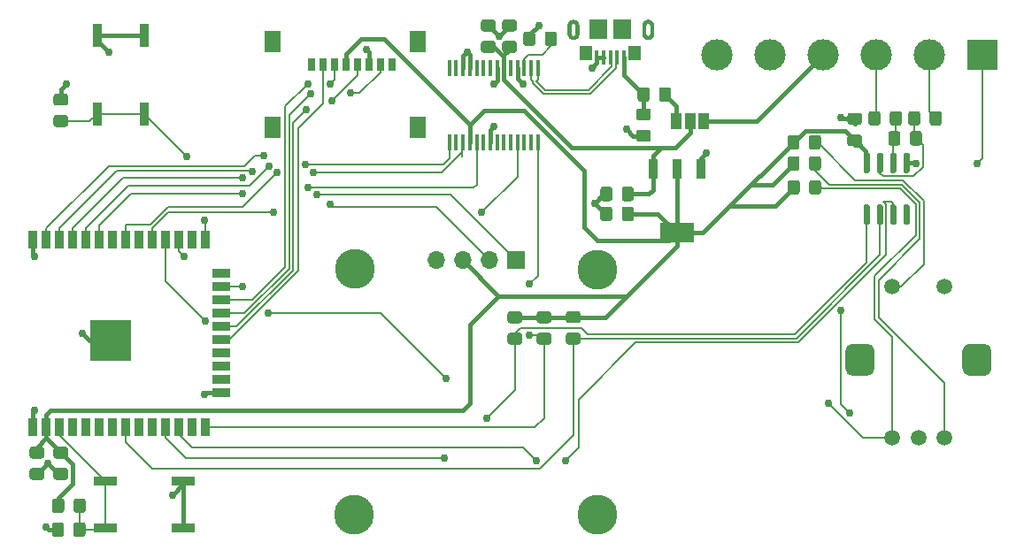
<source format=gbr>
%TF.GenerationSoftware,KiCad,Pcbnew,(5.1.6)-1*%
%TF.CreationDate,2021-08-19T23:31:00-04:00*%
%TF.ProjectId,Temp_Control_Board,54656d70-5f43-46f6-9e74-726f6c5f426f,rev?*%
%TF.SameCoordinates,Original*%
%TF.FileFunction,Copper,L1,Top*%
%TF.FilePolarity,Positive*%
%FSLAX46Y46*%
G04 Gerber Fmt 4.6, Leading zero omitted, Abs format (unit mm)*
G04 Created by KiCad (PCBNEW (5.1.6)-1) date 2021-08-19 23:31:00*
%MOMM*%
%LPD*%
G01*
G04 APERTURE LIST*
%TA.AperFunction,EtchedComponent*%
%ADD10C,0.001000*%
%TD*%
%TA.AperFunction,ComponentPad*%
%ADD11O,1.700000X1.700000*%
%TD*%
%TA.AperFunction,ComponentPad*%
%ADD12R,1.700000X1.700000*%
%TD*%
%TA.AperFunction,WasherPad*%
%ADD13C,3.810000*%
%TD*%
%TA.AperFunction,SMDPad,CuDef*%
%ADD14R,2.209800X0.863600*%
%TD*%
%TA.AperFunction,SMDPad,CuDef*%
%ADD15R,0.863600X2.209800*%
%TD*%
%TA.AperFunction,SMDPad,CuDef*%
%ADD16R,1.000000X1.500000*%
%TD*%
%TA.AperFunction,SMDPad,CuDef*%
%ADD17R,0.431800X1.511300*%
%TD*%
%TA.AperFunction,SMDPad,CuDef*%
%ADD18R,4.000000X4.000000*%
%TD*%
%TA.AperFunction,SMDPad,CuDef*%
%ADD19R,0.900000X1.700000*%
%TD*%
%TA.AperFunction,SMDPad,CuDef*%
%ADD20R,1.700000X0.900000*%
%TD*%
%TA.AperFunction,Conductor*%
%ADD21R,0.100000X0.100000*%
%TD*%
%TA.AperFunction,SMDPad,CuDef*%
%ADD22R,1.750000X1.900000*%
%TD*%
%TA.AperFunction,SMDPad,CuDef*%
%ADD23R,1.150000X1.450000*%
%TD*%
%TA.AperFunction,SMDPad,CuDef*%
%ADD24R,0.400000X1.400000*%
%TD*%
%TA.AperFunction,ComponentPad*%
%ADD25C,1.500000*%
%TD*%
%TA.AperFunction,SMDPad,CuDef*%
%ADD26R,3.190000X1.860000*%
%TD*%
%TA.AperFunction,SMDPad,CuDef*%
%ADD27R,0.900000X1.860000*%
%TD*%
%TA.AperFunction,ComponentPad*%
%ADD28C,3.000000*%
%TD*%
%TA.AperFunction,ComponentPad*%
%ADD29R,3.000000X3.000000*%
%TD*%
%TA.AperFunction,SMDPad,CuDef*%
%ADD30R,1.500000X2.000000*%
%TD*%
%TA.AperFunction,SMDPad,CuDef*%
%ADD31R,0.800000X1.200000*%
%TD*%
%TA.AperFunction,ViaPad*%
%ADD32C,0.762000*%
%TD*%
%TA.AperFunction,Conductor*%
%ADD33C,0.381000*%
%TD*%
%TA.AperFunction,Conductor*%
%ADD34C,0.177800*%
%TD*%
G04 APERTURE END LIST*
D10*
%TO.C,J3*%
G36*
X135880000Y-105537000D02*
G01*
X135880000Y-105937000D01*
X135879692Y-105948776D01*
X135878767Y-105960519D01*
X135877230Y-105972198D01*
X135875083Y-105983780D01*
X135872333Y-105995234D01*
X135868988Y-106006529D01*
X135865056Y-106017633D01*
X135860548Y-106028516D01*
X135855476Y-106039148D01*
X135849856Y-106049500D01*
X135843701Y-106059544D01*
X135837029Y-106069252D01*
X135829858Y-106078597D01*
X135822208Y-106087554D01*
X135814099Y-106096099D01*
X135805554Y-106104208D01*
X135796597Y-106111858D01*
X135787252Y-106119029D01*
X135777544Y-106125701D01*
X135767500Y-106131856D01*
X135757148Y-106137476D01*
X135746516Y-106142548D01*
X135735633Y-106147056D01*
X135724529Y-106150988D01*
X135713234Y-106154333D01*
X135701780Y-106157083D01*
X135690198Y-106159230D01*
X135678519Y-106160767D01*
X135666776Y-106161692D01*
X135655000Y-106162000D01*
X135643224Y-106161692D01*
X135631481Y-106160767D01*
X135619802Y-106159230D01*
X135608220Y-106157083D01*
X135596766Y-106154333D01*
X135585471Y-106150988D01*
X135574367Y-106147056D01*
X135563484Y-106142548D01*
X135552852Y-106137476D01*
X135542500Y-106131856D01*
X135532456Y-106125701D01*
X135522748Y-106119029D01*
X135513403Y-106111858D01*
X135504446Y-106104208D01*
X135495901Y-106096099D01*
X135487792Y-106087554D01*
X135480142Y-106078597D01*
X135472971Y-106069252D01*
X135466299Y-106059544D01*
X135460144Y-106049500D01*
X135454524Y-106039148D01*
X135449452Y-106028516D01*
X135444944Y-106017633D01*
X135441012Y-106006529D01*
X135437667Y-105995234D01*
X135434917Y-105983780D01*
X135432770Y-105972198D01*
X135431233Y-105960519D01*
X135430308Y-105948776D01*
X135430000Y-105937000D01*
X135430000Y-105537000D01*
X135130000Y-105537000D01*
X135130000Y-105887000D01*
X135129432Y-105912000D01*
X135130187Y-105940814D01*
X135132448Y-105969550D01*
X135136211Y-105998128D01*
X135141463Y-106026470D01*
X135148192Y-106054497D01*
X135156379Y-106082135D01*
X135166001Y-106109306D01*
X135177031Y-106135936D01*
X135189440Y-106161953D01*
X135203194Y-106187284D01*
X135218255Y-106211861D01*
X135234581Y-106235616D01*
X135252128Y-106258484D01*
X135270848Y-106280402D01*
X135290690Y-106301310D01*
X135311598Y-106321152D01*
X135333516Y-106339872D01*
X135356384Y-106357419D01*
X135380139Y-106373745D01*
X135404716Y-106388806D01*
X135430047Y-106402560D01*
X135456064Y-106414969D01*
X135482694Y-106425999D01*
X135509865Y-106435621D01*
X135537503Y-106443808D01*
X135565530Y-106450537D01*
X135593872Y-106455789D01*
X135622450Y-106459552D01*
X135655000Y-106462000D01*
X135682476Y-106461281D01*
X135709877Y-106459124D01*
X135737128Y-106455536D01*
X135764154Y-106450527D01*
X135790880Y-106444111D01*
X135817234Y-106436305D01*
X135843143Y-106427130D01*
X135868537Y-106416611D01*
X135893345Y-106404778D01*
X135917500Y-106391663D01*
X135940935Y-106377302D01*
X135963587Y-106361734D01*
X135985393Y-106345002D01*
X136006294Y-106327151D01*
X136026231Y-106308231D01*
X136045151Y-106288294D01*
X136063002Y-106267393D01*
X136079734Y-106245587D01*
X136095302Y-106222935D01*
X136109663Y-106199500D01*
X136122778Y-106175345D01*
X136134611Y-106150537D01*
X136145130Y-106125143D01*
X136154305Y-106099234D01*
X136162111Y-106072880D01*
X136168527Y-106046154D01*
X136173536Y-106019128D01*
X136177124Y-105991877D01*
X136179281Y-105964476D01*
X136180000Y-105937000D01*
X136180000Y-105537000D01*
X135880000Y-105537000D01*
G37*
X135880000Y-105537000D02*
X135880000Y-105937000D01*
X135879692Y-105948776D01*
X135878767Y-105960519D01*
X135877230Y-105972198D01*
X135875083Y-105983780D01*
X135872333Y-105995234D01*
X135868988Y-106006529D01*
X135865056Y-106017633D01*
X135860548Y-106028516D01*
X135855476Y-106039148D01*
X135849856Y-106049500D01*
X135843701Y-106059544D01*
X135837029Y-106069252D01*
X135829858Y-106078597D01*
X135822208Y-106087554D01*
X135814099Y-106096099D01*
X135805554Y-106104208D01*
X135796597Y-106111858D01*
X135787252Y-106119029D01*
X135777544Y-106125701D01*
X135767500Y-106131856D01*
X135757148Y-106137476D01*
X135746516Y-106142548D01*
X135735633Y-106147056D01*
X135724529Y-106150988D01*
X135713234Y-106154333D01*
X135701780Y-106157083D01*
X135690198Y-106159230D01*
X135678519Y-106160767D01*
X135666776Y-106161692D01*
X135655000Y-106162000D01*
X135643224Y-106161692D01*
X135631481Y-106160767D01*
X135619802Y-106159230D01*
X135608220Y-106157083D01*
X135596766Y-106154333D01*
X135585471Y-106150988D01*
X135574367Y-106147056D01*
X135563484Y-106142548D01*
X135552852Y-106137476D01*
X135542500Y-106131856D01*
X135532456Y-106125701D01*
X135522748Y-106119029D01*
X135513403Y-106111858D01*
X135504446Y-106104208D01*
X135495901Y-106096099D01*
X135487792Y-106087554D01*
X135480142Y-106078597D01*
X135472971Y-106069252D01*
X135466299Y-106059544D01*
X135460144Y-106049500D01*
X135454524Y-106039148D01*
X135449452Y-106028516D01*
X135444944Y-106017633D01*
X135441012Y-106006529D01*
X135437667Y-105995234D01*
X135434917Y-105983780D01*
X135432770Y-105972198D01*
X135431233Y-105960519D01*
X135430308Y-105948776D01*
X135430000Y-105937000D01*
X135430000Y-105537000D01*
X135130000Y-105537000D01*
X135130000Y-105887000D01*
X135129432Y-105912000D01*
X135130187Y-105940814D01*
X135132448Y-105969550D01*
X135136211Y-105998128D01*
X135141463Y-106026470D01*
X135148192Y-106054497D01*
X135156379Y-106082135D01*
X135166001Y-106109306D01*
X135177031Y-106135936D01*
X135189440Y-106161953D01*
X135203194Y-106187284D01*
X135218255Y-106211861D01*
X135234581Y-106235616D01*
X135252128Y-106258484D01*
X135270848Y-106280402D01*
X135290690Y-106301310D01*
X135311598Y-106321152D01*
X135333516Y-106339872D01*
X135356384Y-106357419D01*
X135380139Y-106373745D01*
X135404716Y-106388806D01*
X135430047Y-106402560D01*
X135456064Y-106414969D01*
X135482694Y-106425999D01*
X135509865Y-106435621D01*
X135537503Y-106443808D01*
X135565530Y-106450537D01*
X135593872Y-106455789D01*
X135622450Y-106459552D01*
X135655000Y-106462000D01*
X135682476Y-106461281D01*
X135709877Y-106459124D01*
X135737128Y-106455536D01*
X135764154Y-106450527D01*
X135790880Y-106444111D01*
X135817234Y-106436305D01*
X135843143Y-106427130D01*
X135868537Y-106416611D01*
X135893345Y-106404778D01*
X135917500Y-106391663D01*
X135940935Y-106377302D01*
X135963587Y-106361734D01*
X135985393Y-106345002D01*
X136006294Y-106327151D01*
X136026231Y-106308231D01*
X136045151Y-106288294D01*
X136063002Y-106267393D01*
X136079734Y-106245587D01*
X136095302Y-106222935D01*
X136109663Y-106199500D01*
X136122778Y-106175345D01*
X136134611Y-106150537D01*
X136145130Y-106125143D01*
X136154305Y-106099234D01*
X136162111Y-106072880D01*
X136168527Y-106046154D01*
X136173536Y-106019128D01*
X136177124Y-105991877D01*
X136179281Y-105964476D01*
X136180000Y-105937000D01*
X136180000Y-105537000D01*
X135880000Y-105537000D01*
G36*
X135430000Y-105537000D02*
G01*
X135430000Y-105137000D01*
X135430308Y-105125224D01*
X135431233Y-105113481D01*
X135432770Y-105101802D01*
X135434917Y-105090220D01*
X135437667Y-105078766D01*
X135441012Y-105067471D01*
X135444944Y-105056367D01*
X135449452Y-105045484D01*
X135454524Y-105034852D01*
X135460144Y-105024500D01*
X135466299Y-105014456D01*
X135472971Y-105004748D01*
X135480142Y-104995403D01*
X135487792Y-104986446D01*
X135495901Y-104977901D01*
X135504446Y-104969792D01*
X135513403Y-104962142D01*
X135522748Y-104954971D01*
X135532456Y-104948299D01*
X135542500Y-104942144D01*
X135552852Y-104936524D01*
X135563484Y-104931452D01*
X135574367Y-104926944D01*
X135585471Y-104923012D01*
X135596766Y-104919667D01*
X135608220Y-104916917D01*
X135619802Y-104914770D01*
X135631481Y-104913233D01*
X135643224Y-104912308D01*
X135655000Y-104912000D01*
X135666776Y-104912308D01*
X135678519Y-104913233D01*
X135690198Y-104914770D01*
X135701780Y-104916917D01*
X135713234Y-104919667D01*
X135724529Y-104923012D01*
X135735633Y-104926944D01*
X135746516Y-104931452D01*
X135757148Y-104936524D01*
X135767500Y-104942144D01*
X135777544Y-104948299D01*
X135787252Y-104954971D01*
X135796597Y-104962142D01*
X135805554Y-104969792D01*
X135814099Y-104977901D01*
X135822208Y-104986446D01*
X135829858Y-104995403D01*
X135837029Y-105004748D01*
X135843701Y-105014456D01*
X135849856Y-105024500D01*
X135855476Y-105034852D01*
X135860548Y-105045484D01*
X135865056Y-105056367D01*
X135868988Y-105067471D01*
X135872333Y-105078766D01*
X135875083Y-105090220D01*
X135877230Y-105101802D01*
X135878767Y-105113481D01*
X135879692Y-105125224D01*
X135880000Y-105137000D01*
X135880000Y-105537000D01*
X136180000Y-105537000D01*
X136180000Y-105187000D01*
X136180568Y-105162000D01*
X136179813Y-105133186D01*
X136177552Y-105104450D01*
X136173789Y-105075872D01*
X136168537Y-105047530D01*
X136161808Y-105019503D01*
X136153621Y-104991865D01*
X136143999Y-104964694D01*
X136132969Y-104938064D01*
X136120560Y-104912047D01*
X136106806Y-104886716D01*
X136091745Y-104862139D01*
X136075419Y-104838384D01*
X136057872Y-104815516D01*
X136039152Y-104793598D01*
X136019310Y-104772690D01*
X135998402Y-104752848D01*
X135976484Y-104734128D01*
X135953616Y-104716581D01*
X135929861Y-104700255D01*
X135905284Y-104685194D01*
X135879953Y-104671440D01*
X135853936Y-104659031D01*
X135827306Y-104648001D01*
X135800135Y-104638379D01*
X135772497Y-104630192D01*
X135744470Y-104623463D01*
X135716128Y-104618211D01*
X135687550Y-104614448D01*
X135655000Y-104612000D01*
X135627524Y-104612719D01*
X135600123Y-104614876D01*
X135572872Y-104618464D01*
X135545846Y-104623473D01*
X135519120Y-104629889D01*
X135492766Y-104637695D01*
X135466857Y-104646870D01*
X135441463Y-104657389D01*
X135416655Y-104669222D01*
X135392500Y-104682337D01*
X135369065Y-104696698D01*
X135346413Y-104712266D01*
X135324607Y-104728998D01*
X135303706Y-104746849D01*
X135283769Y-104765769D01*
X135264849Y-104785706D01*
X135246998Y-104806607D01*
X135230266Y-104828413D01*
X135214698Y-104851065D01*
X135200337Y-104874500D01*
X135187222Y-104898655D01*
X135175389Y-104923463D01*
X135164870Y-104948857D01*
X135155695Y-104974766D01*
X135147889Y-105001120D01*
X135141473Y-105027846D01*
X135136464Y-105054872D01*
X135132876Y-105082123D01*
X135130719Y-105109524D01*
X135130000Y-105137000D01*
X135130000Y-105537000D01*
X135430000Y-105537000D01*
G37*
X135430000Y-105537000D02*
X135430000Y-105137000D01*
X135430308Y-105125224D01*
X135431233Y-105113481D01*
X135432770Y-105101802D01*
X135434917Y-105090220D01*
X135437667Y-105078766D01*
X135441012Y-105067471D01*
X135444944Y-105056367D01*
X135449452Y-105045484D01*
X135454524Y-105034852D01*
X135460144Y-105024500D01*
X135466299Y-105014456D01*
X135472971Y-105004748D01*
X135480142Y-104995403D01*
X135487792Y-104986446D01*
X135495901Y-104977901D01*
X135504446Y-104969792D01*
X135513403Y-104962142D01*
X135522748Y-104954971D01*
X135532456Y-104948299D01*
X135542500Y-104942144D01*
X135552852Y-104936524D01*
X135563484Y-104931452D01*
X135574367Y-104926944D01*
X135585471Y-104923012D01*
X135596766Y-104919667D01*
X135608220Y-104916917D01*
X135619802Y-104914770D01*
X135631481Y-104913233D01*
X135643224Y-104912308D01*
X135655000Y-104912000D01*
X135666776Y-104912308D01*
X135678519Y-104913233D01*
X135690198Y-104914770D01*
X135701780Y-104916917D01*
X135713234Y-104919667D01*
X135724529Y-104923012D01*
X135735633Y-104926944D01*
X135746516Y-104931452D01*
X135757148Y-104936524D01*
X135767500Y-104942144D01*
X135777544Y-104948299D01*
X135787252Y-104954971D01*
X135796597Y-104962142D01*
X135805554Y-104969792D01*
X135814099Y-104977901D01*
X135822208Y-104986446D01*
X135829858Y-104995403D01*
X135837029Y-105004748D01*
X135843701Y-105014456D01*
X135849856Y-105024500D01*
X135855476Y-105034852D01*
X135860548Y-105045484D01*
X135865056Y-105056367D01*
X135868988Y-105067471D01*
X135872333Y-105078766D01*
X135875083Y-105090220D01*
X135877230Y-105101802D01*
X135878767Y-105113481D01*
X135879692Y-105125224D01*
X135880000Y-105137000D01*
X135880000Y-105537000D01*
X136180000Y-105537000D01*
X136180000Y-105187000D01*
X136180568Y-105162000D01*
X136179813Y-105133186D01*
X136177552Y-105104450D01*
X136173789Y-105075872D01*
X136168537Y-105047530D01*
X136161808Y-105019503D01*
X136153621Y-104991865D01*
X136143999Y-104964694D01*
X136132969Y-104938064D01*
X136120560Y-104912047D01*
X136106806Y-104886716D01*
X136091745Y-104862139D01*
X136075419Y-104838384D01*
X136057872Y-104815516D01*
X136039152Y-104793598D01*
X136019310Y-104772690D01*
X135998402Y-104752848D01*
X135976484Y-104734128D01*
X135953616Y-104716581D01*
X135929861Y-104700255D01*
X135905284Y-104685194D01*
X135879953Y-104671440D01*
X135853936Y-104659031D01*
X135827306Y-104648001D01*
X135800135Y-104638379D01*
X135772497Y-104630192D01*
X135744470Y-104623463D01*
X135716128Y-104618211D01*
X135687550Y-104614448D01*
X135655000Y-104612000D01*
X135627524Y-104612719D01*
X135600123Y-104614876D01*
X135572872Y-104618464D01*
X135545846Y-104623473D01*
X135519120Y-104629889D01*
X135492766Y-104637695D01*
X135466857Y-104646870D01*
X135441463Y-104657389D01*
X135416655Y-104669222D01*
X135392500Y-104682337D01*
X135369065Y-104696698D01*
X135346413Y-104712266D01*
X135324607Y-104728998D01*
X135303706Y-104746849D01*
X135283769Y-104765769D01*
X135264849Y-104785706D01*
X135246998Y-104806607D01*
X135230266Y-104828413D01*
X135214698Y-104851065D01*
X135200337Y-104874500D01*
X135187222Y-104898655D01*
X135175389Y-104923463D01*
X135164870Y-104948857D01*
X135155695Y-104974766D01*
X135147889Y-105001120D01*
X135141473Y-105027846D01*
X135136464Y-105054872D01*
X135132876Y-105082123D01*
X135130719Y-105109524D01*
X135130000Y-105137000D01*
X135130000Y-105537000D01*
X135430000Y-105537000D01*
G36*
X128730000Y-105537000D02*
G01*
X128730000Y-105937000D01*
X128729692Y-105948776D01*
X128728767Y-105960519D01*
X128727230Y-105972198D01*
X128725083Y-105983780D01*
X128722333Y-105995234D01*
X128718988Y-106006529D01*
X128715056Y-106017633D01*
X128710548Y-106028516D01*
X128705476Y-106039148D01*
X128699856Y-106049500D01*
X128693701Y-106059544D01*
X128687029Y-106069252D01*
X128679858Y-106078597D01*
X128672208Y-106087554D01*
X128664099Y-106096099D01*
X128655554Y-106104208D01*
X128646597Y-106111858D01*
X128637252Y-106119029D01*
X128627544Y-106125701D01*
X128617500Y-106131856D01*
X128607148Y-106137476D01*
X128596516Y-106142548D01*
X128585633Y-106147056D01*
X128574529Y-106150988D01*
X128563234Y-106154333D01*
X128551780Y-106157083D01*
X128540198Y-106159230D01*
X128528519Y-106160767D01*
X128516776Y-106161692D01*
X128505000Y-106162000D01*
X128493224Y-106161692D01*
X128481481Y-106160767D01*
X128469802Y-106159230D01*
X128458220Y-106157083D01*
X128446766Y-106154333D01*
X128435471Y-106150988D01*
X128424367Y-106147056D01*
X128413484Y-106142548D01*
X128402852Y-106137476D01*
X128392500Y-106131856D01*
X128382456Y-106125701D01*
X128372748Y-106119029D01*
X128363403Y-106111858D01*
X128354446Y-106104208D01*
X128345901Y-106096099D01*
X128337792Y-106087554D01*
X128330142Y-106078597D01*
X128322971Y-106069252D01*
X128316299Y-106059544D01*
X128310144Y-106049500D01*
X128304524Y-106039148D01*
X128299452Y-106028516D01*
X128294944Y-106017633D01*
X128291012Y-106006529D01*
X128287667Y-105995234D01*
X128284917Y-105983780D01*
X128282770Y-105972198D01*
X128281233Y-105960519D01*
X128280308Y-105948776D01*
X128280000Y-105937000D01*
X128280000Y-105537000D01*
X127980000Y-105537000D01*
X127980000Y-105887000D01*
X127979432Y-105912000D01*
X127980187Y-105940814D01*
X127982448Y-105969550D01*
X127986211Y-105998128D01*
X127991463Y-106026470D01*
X127998192Y-106054497D01*
X128006379Y-106082135D01*
X128016001Y-106109306D01*
X128027031Y-106135936D01*
X128039440Y-106161953D01*
X128053194Y-106187284D01*
X128068255Y-106211861D01*
X128084581Y-106235616D01*
X128102128Y-106258484D01*
X128120848Y-106280402D01*
X128140690Y-106301310D01*
X128161598Y-106321152D01*
X128183516Y-106339872D01*
X128206384Y-106357419D01*
X128230139Y-106373745D01*
X128254716Y-106388806D01*
X128280047Y-106402560D01*
X128306064Y-106414969D01*
X128332694Y-106425999D01*
X128359865Y-106435621D01*
X128387503Y-106443808D01*
X128415530Y-106450537D01*
X128443872Y-106455789D01*
X128472450Y-106459552D01*
X128505000Y-106462000D01*
X128532476Y-106461281D01*
X128559877Y-106459124D01*
X128587128Y-106455536D01*
X128614154Y-106450527D01*
X128640880Y-106444111D01*
X128667234Y-106436305D01*
X128693143Y-106427130D01*
X128718537Y-106416611D01*
X128743345Y-106404778D01*
X128767500Y-106391663D01*
X128790935Y-106377302D01*
X128813587Y-106361734D01*
X128835393Y-106345002D01*
X128856294Y-106327151D01*
X128876231Y-106308231D01*
X128895151Y-106288294D01*
X128913002Y-106267393D01*
X128929734Y-106245587D01*
X128945302Y-106222935D01*
X128959663Y-106199500D01*
X128972778Y-106175345D01*
X128984611Y-106150537D01*
X128995130Y-106125143D01*
X129004305Y-106099234D01*
X129012111Y-106072880D01*
X129018527Y-106046154D01*
X129023536Y-106019128D01*
X129027124Y-105991877D01*
X129029281Y-105964476D01*
X129030000Y-105937000D01*
X129030000Y-105537000D01*
X128730000Y-105537000D01*
G37*
X128730000Y-105537000D02*
X128730000Y-105937000D01*
X128729692Y-105948776D01*
X128728767Y-105960519D01*
X128727230Y-105972198D01*
X128725083Y-105983780D01*
X128722333Y-105995234D01*
X128718988Y-106006529D01*
X128715056Y-106017633D01*
X128710548Y-106028516D01*
X128705476Y-106039148D01*
X128699856Y-106049500D01*
X128693701Y-106059544D01*
X128687029Y-106069252D01*
X128679858Y-106078597D01*
X128672208Y-106087554D01*
X128664099Y-106096099D01*
X128655554Y-106104208D01*
X128646597Y-106111858D01*
X128637252Y-106119029D01*
X128627544Y-106125701D01*
X128617500Y-106131856D01*
X128607148Y-106137476D01*
X128596516Y-106142548D01*
X128585633Y-106147056D01*
X128574529Y-106150988D01*
X128563234Y-106154333D01*
X128551780Y-106157083D01*
X128540198Y-106159230D01*
X128528519Y-106160767D01*
X128516776Y-106161692D01*
X128505000Y-106162000D01*
X128493224Y-106161692D01*
X128481481Y-106160767D01*
X128469802Y-106159230D01*
X128458220Y-106157083D01*
X128446766Y-106154333D01*
X128435471Y-106150988D01*
X128424367Y-106147056D01*
X128413484Y-106142548D01*
X128402852Y-106137476D01*
X128392500Y-106131856D01*
X128382456Y-106125701D01*
X128372748Y-106119029D01*
X128363403Y-106111858D01*
X128354446Y-106104208D01*
X128345901Y-106096099D01*
X128337792Y-106087554D01*
X128330142Y-106078597D01*
X128322971Y-106069252D01*
X128316299Y-106059544D01*
X128310144Y-106049500D01*
X128304524Y-106039148D01*
X128299452Y-106028516D01*
X128294944Y-106017633D01*
X128291012Y-106006529D01*
X128287667Y-105995234D01*
X128284917Y-105983780D01*
X128282770Y-105972198D01*
X128281233Y-105960519D01*
X128280308Y-105948776D01*
X128280000Y-105937000D01*
X128280000Y-105537000D01*
X127980000Y-105537000D01*
X127980000Y-105887000D01*
X127979432Y-105912000D01*
X127980187Y-105940814D01*
X127982448Y-105969550D01*
X127986211Y-105998128D01*
X127991463Y-106026470D01*
X127998192Y-106054497D01*
X128006379Y-106082135D01*
X128016001Y-106109306D01*
X128027031Y-106135936D01*
X128039440Y-106161953D01*
X128053194Y-106187284D01*
X128068255Y-106211861D01*
X128084581Y-106235616D01*
X128102128Y-106258484D01*
X128120848Y-106280402D01*
X128140690Y-106301310D01*
X128161598Y-106321152D01*
X128183516Y-106339872D01*
X128206384Y-106357419D01*
X128230139Y-106373745D01*
X128254716Y-106388806D01*
X128280047Y-106402560D01*
X128306064Y-106414969D01*
X128332694Y-106425999D01*
X128359865Y-106435621D01*
X128387503Y-106443808D01*
X128415530Y-106450537D01*
X128443872Y-106455789D01*
X128472450Y-106459552D01*
X128505000Y-106462000D01*
X128532476Y-106461281D01*
X128559877Y-106459124D01*
X128587128Y-106455536D01*
X128614154Y-106450527D01*
X128640880Y-106444111D01*
X128667234Y-106436305D01*
X128693143Y-106427130D01*
X128718537Y-106416611D01*
X128743345Y-106404778D01*
X128767500Y-106391663D01*
X128790935Y-106377302D01*
X128813587Y-106361734D01*
X128835393Y-106345002D01*
X128856294Y-106327151D01*
X128876231Y-106308231D01*
X128895151Y-106288294D01*
X128913002Y-106267393D01*
X128929734Y-106245587D01*
X128945302Y-106222935D01*
X128959663Y-106199500D01*
X128972778Y-106175345D01*
X128984611Y-106150537D01*
X128995130Y-106125143D01*
X129004305Y-106099234D01*
X129012111Y-106072880D01*
X129018527Y-106046154D01*
X129023536Y-106019128D01*
X129027124Y-105991877D01*
X129029281Y-105964476D01*
X129030000Y-105937000D01*
X129030000Y-105537000D01*
X128730000Y-105537000D01*
G36*
X128280000Y-105537000D02*
G01*
X128280000Y-105137000D01*
X128280308Y-105125224D01*
X128281233Y-105113481D01*
X128282770Y-105101802D01*
X128284917Y-105090220D01*
X128287667Y-105078766D01*
X128291012Y-105067471D01*
X128294944Y-105056367D01*
X128299452Y-105045484D01*
X128304524Y-105034852D01*
X128310144Y-105024500D01*
X128316299Y-105014456D01*
X128322971Y-105004748D01*
X128330142Y-104995403D01*
X128337792Y-104986446D01*
X128345901Y-104977901D01*
X128354446Y-104969792D01*
X128363403Y-104962142D01*
X128372748Y-104954971D01*
X128382456Y-104948299D01*
X128392500Y-104942144D01*
X128402852Y-104936524D01*
X128413484Y-104931452D01*
X128424367Y-104926944D01*
X128435471Y-104923012D01*
X128446766Y-104919667D01*
X128458220Y-104916917D01*
X128469802Y-104914770D01*
X128481481Y-104913233D01*
X128493224Y-104912308D01*
X128505000Y-104912000D01*
X128516776Y-104912308D01*
X128528519Y-104913233D01*
X128540198Y-104914770D01*
X128551780Y-104916917D01*
X128563234Y-104919667D01*
X128574529Y-104923012D01*
X128585633Y-104926944D01*
X128596516Y-104931452D01*
X128607148Y-104936524D01*
X128617500Y-104942144D01*
X128627544Y-104948299D01*
X128637252Y-104954971D01*
X128646597Y-104962142D01*
X128655554Y-104969792D01*
X128664099Y-104977901D01*
X128672208Y-104986446D01*
X128679858Y-104995403D01*
X128687029Y-105004748D01*
X128693701Y-105014456D01*
X128699856Y-105024500D01*
X128705476Y-105034852D01*
X128710548Y-105045484D01*
X128715056Y-105056367D01*
X128718988Y-105067471D01*
X128722333Y-105078766D01*
X128725083Y-105090220D01*
X128727230Y-105101802D01*
X128728767Y-105113481D01*
X128729692Y-105125224D01*
X128730000Y-105137000D01*
X128730000Y-105537000D01*
X129030000Y-105537000D01*
X129030000Y-105187000D01*
X129030568Y-105162000D01*
X129029813Y-105133186D01*
X129027552Y-105104450D01*
X129023789Y-105075872D01*
X129018537Y-105047530D01*
X129011808Y-105019503D01*
X129003621Y-104991865D01*
X128993999Y-104964694D01*
X128982969Y-104938064D01*
X128970560Y-104912047D01*
X128956806Y-104886716D01*
X128941745Y-104862139D01*
X128925419Y-104838384D01*
X128907872Y-104815516D01*
X128889152Y-104793598D01*
X128869310Y-104772690D01*
X128848402Y-104752848D01*
X128826484Y-104734128D01*
X128803616Y-104716581D01*
X128779861Y-104700255D01*
X128755284Y-104685194D01*
X128729953Y-104671440D01*
X128703936Y-104659031D01*
X128677306Y-104648001D01*
X128650135Y-104638379D01*
X128622497Y-104630192D01*
X128594470Y-104623463D01*
X128566128Y-104618211D01*
X128537550Y-104614448D01*
X128505000Y-104612000D01*
X128477524Y-104612719D01*
X128450123Y-104614876D01*
X128422872Y-104618464D01*
X128395846Y-104623473D01*
X128369120Y-104629889D01*
X128342766Y-104637695D01*
X128316857Y-104646870D01*
X128291463Y-104657389D01*
X128266655Y-104669222D01*
X128242500Y-104682337D01*
X128219065Y-104696698D01*
X128196413Y-104712266D01*
X128174607Y-104728998D01*
X128153706Y-104746849D01*
X128133769Y-104765769D01*
X128114849Y-104785706D01*
X128096998Y-104806607D01*
X128080266Y-104828413D01*
X128064698Y-104851065D01*
X128050337Y-104874500D01*
X128037222Y-104898655D01*
X128025389Y-104923463D01*
X128014870Y-104948857D01*
X128005695Y-104974766D01*
X127997889Y-105001120D01*
X127991473Y-105027846D01*
X127986464Y-105054872D01*
X127982876Y-105082123D01*
X127980719Y-105109524D01*
X127980000Y-105137000D01*
X127980000Y-105537000D01*
X128280000Y-105537000D01*
G37*
X128280000Y-105537000D02*
X128280000Y-105137000D01*
X128280308Y-105125224D01*
X128281233Y-105113481D01*
X128282770Y-105101802D01*
X128284917Y-105090220D01*
X128287667Y-105078766D01*
X128291012Y-105067471D01*
X128294944Y-105056367D01*
X128299452Y-105045484D01*
X128304524Y-105034852D01*
X128310144Y-105024500D01*
X128316299Y-105014456D01*
X128322971Y-105004748D01*
X128330142Y-104995403D01*
X128337792Y-104986446D01*
X128345901Y-104977901D01*
X128354446Y-104969792D01*
X128363403Y-104962142D01*
X128372748Y-104954971D01*
X128382456Y-104948299D01*
X128392500Y-104942144D01*
X128402852Y-104936524D01*
X128413484Y-104931452D01*
X128424367Y-104926944D01*
X128435471Y-104923012D01*
X128446766Y-104919667D01*
X128458220Y-104916917D01*
X128469802Y-104914770D01*
X128481481Y-104913233D01*
X128493224Y-104912308D01*
X128505000Y-104912000D01*
X128516776Y-104912308D01*
X128528519Y-104913233D01*
X128540198Y-104914770D01*
X128551780Y-104916917D01*
X128563234Y-104919667D01*
X128574529Y-104923012D01*
X128585633Y-104926944D01*
X128596516Y-104931452D01*
X128607148Y-104936524D01*
X128617500Y-104942144D01*
X128627544Y-104948299D01*
X128637252Y-104954971D01*
X128646597Y-104962142D01*
X128655554Y-104969792D01*
X128664099Y-104977901D01*
X128672208Y-104986446D01*
X128679858Y-104995403D01*
X128687029Y-105004748D01*
X128693701Y-105014456D01*
X128699856Y-105024500D01*
X128705476Y-105034852D01*
X128710548Y-105045484D01*
X128715056Y-105056367D01*
X128718988Y-105067471D01*
X128722333Y-105078766D01*
X128725083Y-105090220D01*
X128727230Y-105101802D01*
X128728767Y-105113481D01*
X128729692Y-105125224D01*
X128730000Y-105137000D01*
X128730000Y-105537000D01*
X129030000Y-105537000D01*
X129030000Y-105187000D01*
X129030568Y-105162000D01*
X129029813Y-105133186D01*
X129027552Y-105104450D01*
X129023789Y-105075872D01*
X129018537Y-105047530D01*
X129011808Y-105019503D01*
X129003621Y-104991865D01*
X128993999Y-104964694D01*
X128982969Y-104938064D01*
X128970560Y-104912047D01*
X128956806Y-104886716D01*
X128941745Y-104862139D01*
X128925419Y-104838384D01*
X128907872Y-104815516D01*
X128889152Y-104793598D01*
X128869310Y-104772690D01*
X128848402Y-104752848D01*
X128826484Y-104734128D01*
X128803616Y-104716581D01*
X128779861Y-104700255D01*
X128755284Y-104685194D01*
X128729953Y-104671440D01*
X128703936Y-104659031D01*
X128677306Y-104648001D01*
X128650135Y-104638379D01*
X128622497Y-104630192D01*
X128594470Y-104623463D01*
X128566128Y-104618211D01*
X128537550Y-104614448D01*
X128505000Y-104612000D01*
X128477524Y-104612719D01*
X128450123Y-104614876D01*
X128422872Y-104618464D01*
X128395846Y-104623473D01*
X128369120Y-104629889D01*
X128342766Y-104637695D01*
X128316857Y-104646870D01*
X128291463Y-104657389D01*
X128266655Y-104669222D01*
X128242500Y-104682337D01*
X128219065Y-104696698D01*
X128196413Y-104712266D01*
X128174607Y-104728998D01*
X128153706Y-104746849D01*
X128133769Y-104765769D01*
X128114849Y-104785706D01*
X128096998Y-104806607D01*
X128080266Y-104828413D01*
X128064698Y-104851065D01*
X128050337Y-104874500D01*
X128037222Y-104898655D01*
X128025389Y-104923463D01*
X128014870Y-104948857D01*
X128005695Y-104974766D01*
X127997889Y-105001120D01*
X127991473Y-105027846D01*
X127986464Y-105054872D01*
X127982876Y-105082123D01*
X127980719Y-105109524D01*
X127980000Y-105137000D01*
X127980000Y-105537000D01*
X128280000Y-105537000D01*
%TD*%
D11*
%TO.P,J2,4*%
%TO.N,GND*%
X115404900Y-127635000D03*
%TO.P,J2,3*%
%TO.N,+3V3*%
X117944900Y-127635000D03*
%TO.P,J2,2*%
%TO.N,OLED_SCL*%
X120484900Y-127635000D03*
D12*
%TO.P,J2,1*%
%TO.N,OLED_SDA*%
X123024900Y-127635000D03*
D13*
%TO.P,J2,*%
%TO.N,*%
X130810000Y-128524000D03*
X130810000Y-152019000D03*
X107569000Y-151968200D03*
X107604560Y-128475740D03*
%TD*%
D14*
%TO.P,EN1,1*%
%TO.N,EN*%
X83756500Y-148752999D03*
X83756500Y-153253001D03*
%TO.P,EN1,2*%
%TO.N,GND*%
X91249500Y-153253001D03*
X91249500Y-148752999D03*
%TD*%
D15*
%TO.P,BOOT1,1*%
%TO.N,BOOT*%
X82966999Y-113601500D03*
X87467001Y-113601500D03*
%TO.P,BOOT1,2*%
%TO.N,GND*%
X87467001Y-106108500D03*
X82966999Y-106108500D03*
%TD*%
D16*
%TO.P,JP1,1*%
%TO.N,VUSB*%
X138400000Y-114300000D03*
%TO.P,JP1,2*%
%TO.N,+5V*%
X139700000Y-114300000D03*
%TO.P,JP1,3*%
%TO.N,VCONN*%
X141000000Y-114300000D03*
%TD*%
%TO.P,R7,2*%
%TO.N,MAX_CSN*%
%TA.AperFunction,SMDPad,CuDef*%
G36*
G01*
X128073999Y-134553000D02*
X128974001Y-134553000D01*
G75*
G02*
X129224000Y-134802999I0J-249999D01*
G01*
X129224000Y-135453001D01*
G75*
G02*
X128974001Y-135703000I-249999J0D01*
G01*
X128073999Y-135703000D01*
G75*
G02*
X127824000Y-135453001I0J249999D01*
G01*
X127824000Y-134802999D01*
G75*
G02*
X128073999Y-134553000I249999J0D01*
G01*
G37*
%TD.AperFunction*%
%TO.P,R7,1*%
%TO.N,+3V3*%
%TA.AperFunction,SMDPad,CuDef*%
G36*
G01*
X128073999Y-132503000D02*
X128974001Y-132503000D01*
G75*
G02*
X129224000Y-132752999I0J-249999D01*
G01*
X129224000Y-133403001D01*
G75*
G02*
X128974001Y-133653000I-249999J0D01*
G01*
X128073999Y-133653000D01*
G75*
G02*
X127824000Y-133403001I0J249999D01*
G01*
X127824000Y-132752999D01*
G75*
G02*
X128073999Y-132503000I249999J0D01*
G01*
G37*
%TD.AperFunction*%
%TD*%
%TO.P,R6,2*%
%TO.N,MAX_SCK*%
%TA.AperFunction,SMDPad,CuDef*%
G36*
G01*
X122485999Y-134571000D02*
X123386001Y-134571000D01*
G75*
G02*
X123636000Y-134820999I0J-249999D01*
G01*
X123636000Y-135471001D01*
G75*
G02*
X123386001Y-135721000I-249999J0D01*
G01*
X122485999Y-135721000D01*
G75*
G02*
X122236000Y-135471001I0J249999D01*
G01*
X122236000Y-134820999D01*
G75*
G02*
X122485999Y-134571000I249999J0D01*
G01*
G37*
%TD.AperFunction*%
%TO.P,R6,1*%
%TO.N,+3V3*%
%TA.AperFunction,SMDPad,CuDef*%
G36*
G01*
X122485999Y-132521000D02*
X123386001Y-132521000D01*
G75*
G02*
X123636000Y-132770999I0J-249999D01*
G01*
X123636000Y-133421001D01*
G75*
G02*
X123386001Y-133671000I-249999J0D01*
G01*
X122485999Y-133671000D01*
G75*
G02*
X122236000Y-133421001I0J249999D01*
G01*
X122236000Y-132770999D01*
G75*
G02*
X122485999Y-132521000I249999J0D01*
G01*
G37*
%TD.AperFunction*%
%TD*%
%TO.P,R4,2*%
%TO.N,ROT_SW1*%
%TA.AperFunction,SMDPad,CuDef*%
G36*
G01*
X151063000Y-116782001D02*
X151063000Y-115881999D01*
G75*
G02*
X151312999Y-115632000I249999J0D01*
G01*
X151963001Y-115632000D01*
G75*
G02*
X152213000Y-115881999I0J-249999D01*
G01*
X152213000Y-116782001D01*
G75*
G02*
X151963001Y-117032000I-249999J0D01*
G01*
X151312999Y-117032000D01*
G75*
G02*
X151063000Y-116782001I0J249999D01*
G01*
G37*
%TD.AperFunction*%
%TO.P,R4,1*%
%TO.N,+3V3*%
%TA.AperFunction,SMDPad,CuDef*%
G36*
G01*
X149013000Y-116782001D02*
X149013000Y-115881999D01*
G75*
G02*
X149262999Y-115632000I249999J0D01*
G01*
X149913001Y-115632000D01*
G75*
G02*
X150163000Y-115881999I0J-249999D01*
G01*
X150163000Y-116782001D01*
G75*
G02*
X149913001Y-117032000I-249999J0D01*
G01*
X149262999Y-117032000D01*
G75*
G02*
X149013000Y-116782001I0J249999D01*
G01*
G37*
%TD.AperFunction*%
%TD*%
%TO.P,R3,2*%
%TO.N,ROT_CHB*%
%TA.AperFunction,SMDPad,CuDef*%
G36*
G01*
X151072000Y-118814001D02*
X151072000Y-117913999D01*
G75*
G02*
X151321999Y-117664000I249999J0D01*
G01*
X151972001Y-117664000D01*
G75*
G02*
X152222000Y-117913999I0J-249999D01*
G01*
X152222000Y-118814001D01*
G75*
G02*
X151972001Y-119064000I-249999J0D01*
G01*
X151321999Y-119064000D01*
G75*
G02*
X151072000Y-118814001I0J249999D01*
G01*
G37*
%TD.AperFunction*%
%TO.P,R3,1*%
%TO.N,+3V3*%
%TA.AperFunction,SMDPad,CuDef*%
G36*
G01*
X149022000Y-118814001D02*
X149022000Y-117913999D01*
G75*
G02*
X149271999Y-117664000I249999J0D01*
G01*
X149922001Y-117664000D01*
G75*
G02*
X150172000Y-117913999I0J-249999D01*
G01*
X150172000Y-118814001D01*
G75*
G02*
X149922001Y-119064000I-249999J0D01*
G01*
X149271999Y-119064000D01*
G75*
G02*
X149022000Y-118814001I0J249999D01*
G01*
G37*
%TD.AperFunction*%
%TD*%
%TO.P,R2,2*%
%TO.N,ROT_CHA*%
%TA.AperFunction,SMDPad,CuDef*%
G36*
G01*
X151081000Y-121100001D02*
X151081000Y-120199999D01*
G75*
G02*
X151330999Y-119950000I249999J0D01*
G01*
X151981001Y-119950000D01*
G75*
G02*
X152231000Y-120199999I0J-249999D01*
G01*
X152231000Y-121100001D01*
G75*
G02*
X151981001Y-121350000I-249999J0D01*
G01*
X151330999Y-121350000D01*
G75*
G02*
X151081000Y-121100001I0J249999D01*
G01*
G37*
%TD.AperFunction*%
%TO.P,R2,1*%
%TO.N,+3V3*%
%TA.AperFunction,SMDPad,CuDef*%
G36*
G01*
X149031000Y-121100001D02*
X149031000Y-120199999D01*
G75*
G02*
X149280999Y-119950000I249999J0D01*
G01*
X149931001Y-119950000D01*
G75*
G02*
X150181000Y-120199999I0J-249999D01*
G01*
X150181000Y-121100001D01*
G75*
G02*
X149931001Y-121350000I-249999J0D01*
G01*
X149280999Y-121350000D01*
G75*
G02*
X149031000Y-121100001I0J249999D01*
G01*
G37*
%TD.AperFunction*%
%TD*%
%TO.P,R1,2*%
%TO.N,EN*%
%TA.AperFunction,SMDPad,CuDef*%
G36*
G01*
X80723000Y-151580001D02*
X80723000Y-150679999D01*
G75*
G02*
X80972999Y-150430000I249999J0D01*
G01*
X81623001Y-150430000D01*
G75*
G02*
X81873000Y-150679999I0J-249999D01*
G01*
X81873000Y-151580001D01*
G75*
G02*
X81623001Y-151830000I-249999J0D01*
G01*
X80972999Y-151830000D01*
G75*
G02*
X80723000Y-151580001I0J249999D01*
G01*
G37*
%TD.AperFunction*%
%TO.P,R1,1*%
%TO.N,+3V3*%
%TA.AperFunction,SMDPad,CuDef*%
G36*
G01*
X78673000Y-151580001D02*
X78673000Y-150679999D01*
G75*
G02*
X78922999Y-150430000I249999J0D01*
G01*
X79573001Y-150430000D01*
G75*
G02*
X79823000Y-150679999I0J-249999D01*
G01*
X79823000Y-151580001D01*
G75*
G02*
X79573001Y-151830000I-249999J0D01*
G01*
X78922999Y-151830000D01*
G75*
G02*
X78673000Y-151580001I0J249999D01*
G01*
G37*
%TD.AperFunction*%
%TD*%
%TO.P,C13,2*%
%TO.N,GND*%
%TA.AperFunction,SMDPad,CuDef*%
G36*
G01*
X76765999Y-147525000D02*
X77666001Y-147525000D01*
G75*
G02*
X77916000Y-147774999I0J-249999D01*
G01*
X77916000Y-148425001D01*
G75*
G02*
X77666001Y-148675000I-249999J0D01*
G01*
X76765999Y-148675000D01*
G75*
G02*
X76516000Y-148425001I0J249999D01*
G01*
X76516000Y-147774999D01*
G75*
G02*
X76765999Y-147525000I249999J0D01*
G01*
G37*
%TD.AperFunction*%
%TO.P,C13,1*%
%TO.N,+3V3*%
%TA.AperFunction,SMDPad,CuDef*%
G36*
G01*
X76765999Y-145475000D02*
X77666001Y-145475000D01*
G75*
G02*
X77916000Y-145724999I0J-249999D01*
G01*
X77916000Y-146375001D01*
G75*
G02*
X77666001Y-146625000I-249999J0D01*
G01*
X76765999Y-146625000D01*
G75*
G02*
X76516000Y-146375001I0J249999D01*
G01*
X76516000Y-145724999D01*
G75*
G02*
X76765999Y-145475000I249999J0D01*
G01*
G37*
%TD.AperFunction*%
%TD*%
%TO.P,C12,2*%
%TO.N,GND*%
%TA.AperFunction,SMDPad,CuDef*%
G36*
G01*
X79051999Y-147516000D02*
X79952001Y-147516000D01*
G75*
G02*
X80202000Y-147765999I0J-249999D01*
G01*
X80202000Y-148416001D01*
G75*
G02*
X79952001Y-148666000I-249999J0D01*
G01*
X79051999Y-148666000D01*
G75*
G02*
X78802000Y-148416001I0J249999D01*
G01*
X78802000Y-147765999D01*
G75*
G02*
X79051999Y-147516000I249999J0D01*
G01*
G37*
%TD.AperFunction*%
%TO.P,C12,1*%
%TO.N,+3V3*%
%TA.AperFunction,SMDPad,CuDef*%
G36*
G01*
X79051999Y-145466000D02*
X79952001Y-145466000D01*
G75*
G02*
X80202000Y-145715999I0J-249999D01*
G01*
X80202000Y-146366001D01*
G75*
G02*
X79952001Y-146616000I-249999J0D01*
G01*
X79051999Y-146616000D01*
G75*
G02*
X78802000Y-146366001I0J249999D01*
G01*
X78802000Y-145715999D01*
G75*
G02*
X79051999Y-145466000I249999J0D01*
G01*
G37*
%TD.AperFunction*%
%TD*%
%TO.P,C2,2*%
%TO.N,GND*%
%TA.AperFunction,SMDPad,CuDef*%
G36*
G01*
X79805000Y-152965999D02*
X79805000Y-153866001D01*
G75*
G02*
X79555001Y-154116000I-249999J0D01*
G01*
X78904999Y-154116000D01*
G75*
G02*
X78655000Y-153866001I0J249999D01*
G01*
X78655000Y-152965999D01*
G75*
G02*
X78904999Y-152716000I249999J0D01*
G01*
X79555001Y-152716000D01*
G75*
G02*
X79805000Y-152965999I0J-249999D01*
G01*
G37*
%TD.AperFunction*%
%TO.P,C2,1*%
%TO.N,EN*%
%TA.AperFunction,SMDPad,CuDef*%
G36*
G01*
X81855000Y-152965999D02*
X81855000Y-153866001D01*
G75*
G02*
X81605001Y-154116000I-249999J0D01*
G01*
X80954999Y-154116000D01*
G75*
G02*
X80705000Y-153866001I0J249999D01*
G01*
X80705000Y-152965999D01*
G75*
G02*
X80954999Y-152716000I249999J0D01*
G01*
X81605001Y-152716000D01*
G75*
G02*
X81855000Y-152965999I0J-249999D01*
G01*
G37*
%TD.AperFunction*%
%TD*%
%TO.P,C1,2*%
%TO.N,GND*%
%TA.AperFunction,SMDPad,CuDef*%
G36*
G01*
X79952001Y-112825000D02*
X79051999Y-112825000D01*
G75*
G02*
X78802000Y-112575001I0J249999D01*
G01*
X78802000Y-111924999D01*
G75*
G02*
X79051999Y-111675000I249999J0D01*
G01*
X79952001Y-111675000D01*
G75*
G02*
X80202000Y-111924999I0J-249999D01*
G01*
X80202000Y-112575001D01*
G75*
G02*
X79952001Y-112825000I-249999J0D01*
G01*
G37*
%TD.AperFunction*%
%TO.P,C1,1*%
%TO.N,BOOT*%
%TA.AperFunction,SMDPad,CuDef*%
G36*
G01*
X79952001Y-114875000D02*
X79051999Y-114875000D01*
G75*
G02*
X78802000Y-114625001I0J249999D01*
G01*
X78802000Y-113974999D01*
G75*
G02*
X79051999Y-113725000I249999J0D01*
G01*
X79952001Y-113725000D01*
G75*
G02*
X80202000Y-113974999I0J-249999D01*
G01*
X80202000Y-114625001D01*
G75*
G02*
X79952001Y-114875000I-249999J0D01*
G01*
G37*
%TD.AperFunction*%
%TD*%
D17*
%TO.P,U4,28*%
%TO.N,Net-(U4-Pad28)*%
X116679000Y-109226350D03*
%TO.P,U4,27*%
%TO.N,Net-(U4-Pad27)*%
X117329001Y-109226350D03*
%TO.P,U4,26*%
%TO.N,GND*%
X117979000Y-109226350D03*
%TO.P,U4,25*%
X118629001Y-109226350D03*
%TO.P,U4,24*%
%TO.N,Net-(U4-Pad24)*%
X119278999Y-109226350D03*
%TO.P,U4,23*%
%TO.N,Net-(U4-Pad23)*%
X119929001Y-109226350D03*
%TO.P,U4,22*%
%TO.N,Net-(U4-Pad22)*%
X120578999Y-109226350D03*
%TO.P,U4,21*%
%TO.N,GND*%
X121229001Y-109226350D03*
%TO.P,U4,20*%
%TO.N,+5V*%
X121878999Y-109226350D03*
%TO.P,U4,19*%
%TO.N,Net-(U4-Pad19)*%
X122529001Y-109226350D03*
%TO.P,U4,18*%
%TO.N,GND*%
X123178999Y-109226350D03*
%TO.P,U4,17*%
%TO.N,/FT_3V3OUT*%
X123829000Y-109226350D03*
%TO.P,U4,16*%
%TO.N,/D-*%
X124478999Y-109226350D03*
%TO.P,U4,15*%
%TO.N,/D+*%
X125129000Y-109226350D03*
%TO.P,U4,14*%
%TO.N,FT_PWREN*%
X125128998Y-116325650D03*
%TO.P,U4,13*%
%TO.N,Net-(U4-Pad13)*%
X124478999Y-116325650D03*
%TO.P,U4,12*%
%TO.N,Net-(U4-Pad12)*%
X123828998Y-116325650D03*
%TO.P,U4,11*%
%TO.N,FT_CTS*%
X123178999Y-116325650D03*
%TO.P,U4,10*%
%TO.N,Net-(U4-Pad10)*%
X122528998Y-116325650D03*
%TO.P,U4,9*%
%TO.N,Net-(U4-Pad9)*%
X121878999Y-116325650D03*
%TO.P,U4,8*%
%TO.N,Net-(U4-Pad8)*%
X121228998Y-116325650D03*
%TO.P,U4,7*%
%TO.N,GND*%
X120578999Y-116325650D03*
%TO.P,U4,6*%
%TO.N,Net-(U4-Pad6)*%
X119929001Y-116325650D03*
%TO.P,U4,5*%
%TO.N,FT_RX*%
X119278999Y-116325650D03*
%TO.P,U4,4*%
%TO.N,+3V3*%
X118629001Y-116325650D03*
%TO.P,U4,3*%
%TO.N,FT_RTS*%
X117979000Y-116325650D03*
%TO.P,U4,2*%
%TO.N,Net-(U4-Pad2)*%
X117329001Y-116325650D03*
%TO.P,U4,1*%
%TO.N,FT_TX*%
X116679000Y-116325650D03*
%TD*%
D18*
%TO.P,U1,1.1*%
%TO.N,GND*%
X84245000Y-135320000D03*
D19*
%TO.P,U1,1*%
X76835000Y-143620000D03*
%TO.P,U1,2*%
%TO.N,+3V3*%
X78105000Y-143620000D03*
%TO.P,U1,3*%
%TO.N,EN*%
X79375000Y-143620000D03*
%TO.P,U1,4*%
%TO.N,Net-(U1-Pad4)*%
X80645000Y-143620000D03*
%TO.P,U1,5*%
%TO.N,Net-(U1-Pad5)*%
X81915000Y-143620000D03*
%TO.P,U1,6*%
%TO.N,Net-(U1-Pad6)*%
X83185000Y-143620000D03*
%TO.P,U1,7*%
%TO.N,Net-(U1-Pad7)*%
X84455000Y-143620000D03*
%TO.P,U1,8*%
%TO.N,MAX_CSN*%
X85725000Y-143620000D03*
%TO.P,U1,9*%
%TO.N,Net-(U1-Pad9)*%
X86995000Y-143620000D03*
%TO.P,U1,10*%
%TO.N,Net-(U1-Pad10)*%
X88265000Y-143620000D03*
%TO.P,U1,11*%
%TO.N,MAX_SCK*%
X89535000Y-143620000D03*
%TO.P,U1,12*%
%TO.N,MAX_SO*%
X90805000Y-143620000D03*
%TO.P,U1,13*%
%TO.N,Net-(U1-Pad13)*%
X92075000Y-143620000D03*
%TO.P,U1,14*%
%TO.N,FT_PWREN*%
X93345000Y-143620000D03*
D20*
%TO.P,U1,15*%
%TO.N,GND*%
X94845000Y-140335000D03*
%TO.P,U1,16*%
%TO.N,Net-(U1-Pad16)*%
X94845000Y-139065000D03*
%TO.P,U1,17*%
%TO.N,Net-(U1-Pad17)*%
X94845000Y-137795000D03*
%TO.P,U1,18*%
%TO.N,Net-(U1-Pad18)*%
X94845000Y-136525000D03*
%TO.P,U1,19*%
%TO.N,SD_CS*%
X94845000Y-135255000D03*
%TO.P,U1,20*%
%TO.N,SD_SCK*%
X94845000Y-133985000D03*
%TO.P,U1,21*%
%TO.N,SD_DO*%
X94845000Y-132715000D03*
%TO.P,U1,22*%
%TO.N,SD_DI*%
X94845000Y-131445000D03*
%TO.P,U1,23*%
%TO.N,ROT_CHA*%
X94845000Y-130175000D03*
%TO.P,U1,24*%
%TO.N,Net-(U1-Pad24)*%
X94845000Y-128905000D03*
D19*
%TO.P,U1,25*%
%TO.N,BOOT*%
X93345000Y-125620000D03*
%TO.P,U1,26*%
%TO.N,Net-(U1-Pad26)*%
X92075000Y-125620000D03*
%TO.P,U1,27*%
%TO.N,ROT_CHB*%
X90805000Y-125620000D03*
%TO.P,U1,28*%
%TO.N,ROT_SW1*%
X89535000Y-125620000D03*
%TO.P,U1,29*%
%TO.N,FT_CTS*%
X88265000Y-125620000D03*
%TO.P,U1,30*%
%TO.N,Net-(U1-Pad30)*%
X86995000Y-125620000D03*
%TO.P,U1,31*%
%TO.N,FT_RTS*%
X85725000Y-125620000D03*
%TO.P,U1,32*%
%TO.N,N/C*%
X84455000Y-125620000D03*
%TO.P,U1,33*%
%TO.N,OLED_SDA*%
X83185000Y-125620000D03*
%TO.P,U1,34*%
%TO.N,FT_TX*%
X81915000Y-125620000D03*
%TO.P,U1,35*%
%TO.N,FT_RX*%
X80645000Y-125620000D03*
%TO.P,U1,36*%
%TO.N,OLED_SCL*%
X79375000Y-125620000D03*
%TO.P,U1,37*%
%TO.N,RELAY+*%
X78105000Y-125620000D03*
%TO.P,U1,38*%
%TO.N,GND*%
X76835000Y-125620000D03*
%TD*%
D21*
%TO.N,N/C*%
%TO.C,J3*%
X128479000Y-106267000D03*
%TO.N,Net-(J3-Pad6)*%
X135629000Y-106267000D03*
D22*
%TD*%
%TO.P,J3,11*%
%TO.N,N/C*%
X130955000Y-105537000D03*
%TO.P,J3,10*%
%TO.N,N/C*%
X133205000Y-105537000D03*
D23*
%TO.P,J3,9*%
X129760000Y-107767000D03*
%TO.P,J3,8*%
X134400000Y-107767000D03*
D24*
%TO.P,J3,5*%
%TO.N,GND*%
X130780000Y-108187000D03*
%TO.P,J3,4*%
X131420000Y-108187000D03*
%TO.P,J3,3*%
%TO.N,/D+*%
X132080000Y-108187000D03*
%TO.P,J3,2*%
%TO.N,/D-*%
X132730000Y-108187000D03*
%TO.P,J3,1*%
%TO.N,/VBUS*%
X133380000Y-108187000D03*
%TD*%
D25*
%TO.P,U3,5*%
%TO.N,ROT_CHB*%
X164044000Y-144660000D03*
%TO.P,U3,4*%
%TO.N,GND*%
X161544000Y-144660000D03*
%TO.P,U3,3*%
%TO.N,ROT_CHA*%
X159044000Y-144660000D03*
%TO.P,U3,1*%
%TO.N,ROT_SW1*%
X159044000Y-130160000D03*
%TO.P,U3,2*%
%TO.N,GND*%
X164044000Y-130160000D03*
%TO.P,U3,*%
%TO.N,*%
%TA.AperFunction,ComponentPad*%
G36*
G01*
X154544000Y-138010000D02*
X154544000Y-136310000D01*
G75*
G02*
X155244000Y-135610000I700000J0D01*
G01*
X156644000Y-135610000D01*
G75*
G02*
X157344000Y-136310000I0J-700000D01*
G01*
X157344000Y-138010000D01*
G75*
G02*
X156644000Y-138710000I-700000J0D01*
G01*
X155244000Y-138710000D01*
G75*
G02*
X154544000Y-138010000I0J700000D01*
G01*
G37*
%TD.AperFunction*%
%TA.AperFunction,ComponentPad*%
G36*
G01*
X165744000Y-138010000D02*
X165744000Y-136310000D01*
G75*
G02*
X166444000Y-135610000I700000J0D01*
G01*
X167844000Y-135610000D01*
G75*
G02*
X168544000Y-136310000I0J-700000D01*
G01*
X168544000Y-138010000D01*
G75*
G02*
X167844000Y-138710000I-700000J0D01*
G01*
X166444000Y-138710000D01*
G75*
G02*
X165744000Y-138010000I0J700000D01*
G01*
G37*
%TD.AperFunction*%
%TD*%
D26*
%TO.P,U2,4*%
%TO.N,+3V3*%
X138430000Y-124995000D03*
D27*
%TO.P,U2,3*%
%TO.N,+5V*%
X136130000Y-118845000D03*
%TO.P,U2,2*%
%TO.N,+3V3*%
X138430000Y-118845000D03*
%TO.P,U2,1*%
%TO.N,GND*%
X140730000Y-118845000D03*
%TD*%
D28*
%TO.P,J1,6*%
%TO.N,GND*%
X142240000Y-107950000D03*
%TO.P,J1,5*%
X147320000Y-107950000D03*
%TO.P,J1,4*%
%TO.N,VCONN*%
X152400000Y-107950000D03*
D29*
%TO.P,J1,1*%
%TO.N,RELAY+*%
X167640000Y-107950000D03*
D28*
%TO.P,J1,3*%
%TO.N,/TC-*%
X157480000Y-107950000D03*
%TO.P,J1,2*%
%TO.N,/TC+*%
X162560000Y-107950000D03*
%TD*%
%TO.P,FB3,2*%
%TO.N,/TC+*%
%TA.AperFunction,SMDPad,CuDef*%
G36*
G01*
X162620000Y-114496001D02*
X162620000Y-113595999D01*
G75*
G02*
X162869999Y-113346000I249999J0D01*
G01*
X163520001Y-113346000D01*
G75*
G02*
X163770000Y-113595999I0J-249999D01*
G01*
X163770000Y-114496001D01*
G75*
G02*
X163520001Y-114746000I-249999J0D01*
G01*
X162869999Y-114746000D01*
G75*
G02*
X162620000Y-114496001I0J249999D01*
G01*
G37*
%TD.AperFunction*%
%TO.P,FB3,1*%
%TO.N,MAX_TC+*%
%TA.AperFunction,SMDPad,CuDef*%
G36*
G01*
X160570000Y-114496001D02*
X160570000Y-113595999D01*
G75*
G02*
X160819999Y-113346000I249999J0D01*
G01*
X161470001Y-113346000D01*
G75*
G02*
X161720000Y-113595999I0J-249999D01*
G01*
X161720000Y-114496001D01*
G75*
G02*
X161470001Y-114746000I-249999J0D01*
G01*
X160819999Y-114746000D01*
G75*
G02*
X160570000Y-114496001I0J249999D01*
G01*
G37*
%TD.AperFunction*%
%TD*%
%TO.P,FB2,2*%
%TO.N,/TC-*%
%TA.AperFunction,SMDPad,CuDef*%
G36*
G01*
X157910000Y-113595999D02*
X157910000Y-114496001D01*
G75*
G02*
X157660001Y-114746000I-249999J0D01*
G01*
X157009999Y-114746000D01*
G75*
G02*
X156760000Y-114496001I0J249999D01*
G01*
X156760000Y-113595999D01*
G75*
G02*
X157009999Y-113346000I249999J0D01*
G01*
X157660001Y-113346000D01*
G75*
G02*
X157910000Y-113595999I0J-249999D01*
G01*
G37*
%TD.AperFunction*%
%TO.P,FB2,1*%
%TO.N,MAX_TX-*%
%TA.AperFunction,SMDPad,CuDef*%
G36*
G01*
X159960000Y-113595999D02*
X159960000Y-114496001D01*
G75*
G02*
X159710001Y-114746000I-249999J0D01*
G01*
X159059999Y-114746000D01*
G75*
G02*
X158810000Y-114496001I0J249999D01*
G01*
X158810000Y-113595999D01*
G75*
G02*
X159059999Y-113346000I249999J0D01*
G01*
X159710001Y-113346000D01*
G75*
G02*
X159960000Y-113595999I0J-249999D01*
G01*
G37*
%TD.AperFunction*%
%TD*%
%TO.P,C10,2*%
%TO.N,GND*%
%TA.AperFunction,SMDPad,CuDef*%
G36*
G01*
X155898001Y-114675500D02*
X154997999Y-114675500D01*
G75*
G02*
X154748000Y-114425501I0J249999D01*
G01*
X154748000Y-113775499D01*
G75*
G02*
X154997999Y-113525500I249999J0D01*
G01*
X155898001Y-113525500D01*
G75*
G02*
X156148000Y-113775499I0J-249999D01*
G01*
X156148000Y-114425501D01*
G75*
G02*
X155898001Y-114675500I-249999J0D01*
G01*
G37*
%TD.AperFunction*%
%TO.P,C10,1*%
%TO.N,+3V3*%
%TA.AperFunction,SMDPad,CuDef*%
G36*
G01*
X155898001Y-116725500D02*
X154997999Y-116725500D01*
G75*
G02*
X154748000Y-116475501I0J249999D01*
G01*
X154748000Y-115825499D01*
G75*
G02*
X154997999Y-115575500I249999J0D01*
G01*
X155898001Y-115575500D01*
G75*
G02*
X156148000Y-115825499I0J-249999D01*
G01*
X156148000Y-116475501D01*
G75*
G02*
X155898001Y-116725500I-249999J0D01*
G01*
G37*
%TD.AperFunction*%
%TD*%
%TO.P,C9,2*%
%TO.N,MAX_TX-*%
%TA.AperFunction,SMDPad,CuDef*%
G36*
G01*
X159815000Y-115500999D02*
X159815000Y-116401001D01*
G75*
G02*
X159565001Y-116651000I-249999J0D01*
G01*
X158914999Y-116651000D01*
G75*
G02*
X158665000Y-116401001I0J249999D01*
G01*
X158665000Y-115500999D01*
G75*
G02*
X158914999Y-115251000I249999J0D01*
G01*
X159565001Y-115251000D01*
G75*
G02*
X159815000Y-115500999I0J-249999D01*
G01*
G37*
%TD.AperFunction*%
%TO.P,C9,1*%
%TO.N,MAX_TC+*%
%TA.AperFunction,SMDPad,CuDef*%
G36*
G01*
X161865000Y-115500999D02*
X161865000Y-116401001D01*
G75*
G02*
X161615001Y-116651000I-249999J0D01*
G01*
X160964999Y-116651000D01*
G75*
G02*
X160715000Y-116401001I0J249999D01*
G01*
X160715000Y-115500999D01*
G75*
G02*
X160964999Y-115251000I249999J0D01*
G01*
X161615001Y-115251000D01*
G75*
G02*
X161865000Y-115500999I0J-249999D01*
G01*
G37*
%TD.AperFunction*%
%TD*%
%TO.P,U5,8*%
%TO.N,N/C*%
%TA.AperFunction,SMDPad,CuDef*%
G36*
G01*
X160251000Y-122277000D02*
X160551000Y-122277000D01*
G75*
G02*
X160701000Y-122427000I0J-150000D01*
G01*
X160701000Y-124077000D01*
G75*
G02*
X160551000Y-124227000I-150000J0D01*
G01*
X160251000Y-124227000D01*
G75*
G02*
X160101000Y-124077000I0J150000D01*
G01*
X160101000Y-122427000D01*
G75*
G02*
X160251000Y-122277000I150000J0D01*
G01*
G37*
%TD.AperFunction*%
%TO.P,U5,7*%
%TO.N,MAX_SO*%
%TA.AperFunction,SMDPad,CuDef*%
G36*
G01*
X158981000Y-122277000D02*
X159281000Y-122277000D01*
G75*
G02*
X159431000Y-122427000I0J-150000D01*
G01*
X159431000Y-124077000D01*
G75*
G02*
X159281000Y-124227000I-150000J0D01*
G01*
X158981000Y-124227000D01*
G75*
G02*
X158831000Y-124077000I0J150000D01*
G01*
X158831000Y-122427000D01*
G75*
G02*
X158981000Y-122277000I150000J0D01*
G01*
G37*
%TD.AperFunction*%
%TO.P,U5,6*%
%TO.N,MAX_CSN*%
%TA.AperFunction,SMDPad,CuDef*%
G36*
G01*
X157711000Y-122277000D02*
X158011000Y-122277000D01*
G75*
G02*
X158161000Y-122427000I0J-150000D01*
G01*
X158161000Y-124077000D01*
G75*
G02*
X158011000Y-124227000I-150000J0D01*
G01*
X157711000Y-124227000D01*
G75*
G02*
X157561000Y-124077000I0J150000D01*
G01*
X157561000Y-122427000D01*
G75*
G02*
X157711000Y-122277000I150000J0D01*
G01*
G37*
%TD.AperFunction*%
%TO.P,U5,5*%
%TO.N,MAX_SCK*%
%TA.AperFunction,SMDPad,CuDef*%
G36*
G01*
X156441000Y-122277000D02*
X156741000Y-122277000D01*
G75*
G02*
X156891000Y-122427000I0J-150000D01*
G01*
X156891000Y-124077000D01*
G75*
G02*
X156741000Y-124227000I-150000J0D01*
G01*
X156441000Y-124227000D01*
G75*
G02*
X156291000Y-124077000I0J150000D01*
G01*
X156291000Y-122427000D01*
G75*
G02*
X156441000Y-122277000I150000J0D01*
G01*
G37*
%TD.AperFunction*%
%TO.P,U5,4*%
%TO.N,+3V3*%
%TA.AperFunction,SMDPad,CuDef*%
G36*
G01*
X156441000Y-117327000D02*
X156741000Y-117327000D01*
G75*
G02*
X156891000Y-117477000I0J-150000D01*
G01*
X156891000Y-119127000D01*
G75*
G02*
X156741000Y-119277000I-150000J0D01*
G01*
X156441000Y-119277000D01*
G75*
G02*
X156291000Y-119127000I0J150000D01*
G01*
X156291000Y-117477000D01*
G75*
G02*
X156441000Y-117327000I150000J0D01*
G01*
G37*
%TD.AperFunction*%
%TO.P,U5,3*%
%TO.N,MAX_TC+*%
%TA.AperFunction,SMDPad,CuDef*%
G36*
G01*
X157711000Y-117327000D02*
X158011000Y-117327000D01*
G75*
G02*
X158161000Y-117477000I0J-150000D01*
G01*
X158161000Y-119127000D01*
G75*
G02*
X158011000Y-119277000I-150000J0D01*
G01*
X157711000Y-119277000D01*
G75*
G02*
X157561000Y-119127000I0J150000D01*
G01*
X157561000Y-117477000D01*
G75*
G02*
X157711000Y-117327000I150000J0D01*
G01*
G37*
%TD.AperFunction*%
%TO.P,U5,2*%
%TO.N,MAX_TX-*%
%TA.AperFunction,SMDPad,CuDef*%
G36*
G01*
X158981000Y-117327000D02*
X159281000Y-117327000D01*
G75*
G02*
X159431000Y-117477000I0J-150000D01*
G01*
X159431000Y-119127000D01*
G75*
G02*
X159281000Y-119277000I-150000J0D01*
G01*
X158981000Y-119277000D01*
G75*
G02*
X158831000Y-119127000I0J150000D01*
G01*
X158831000Y-117477000D01*
G75*
G02*
X158981000Y-117327000I150000J0D01*
G01*
G37*
%TD.AperFunction*%
%TO.P,U5,1*%
%TO.N,GND*%
%TA.AperFunction,SMDPad,CuDef*%
G36*
G01*
X160251000Y-117327000D02*
X160551000Y-117327000D01*
G75*
G02*
X160701000Y-117477000I0J-150000D01*
G01*
X160701000Y-119127000D01*
G75*
G02*
X160551000Y-119277000I-150000J0D01*
G01*
X160251000Y-119277000D01*
G75*
G02*
X160101000Y-119127000I0J150000D01*
G01*
X160101000Y-117477000D01*
G75*
G02*
X160251000Y-117327000I150000J0D01*
G01*
G37*
%TD.AperFunction*%
%TD*%
%TO.P,R5,2*%
%TO.N,FT_PWREN*%
%TA.AperFunction,SMDPad,CuDef*%
G36*
G01*
X125279999Y-134571000D02*
X126180001Y-134571000D01*
G75*
G02*
X126430000Y-134820999I0J-249999D01*
G01*
X126430000Y-135471001D01*
G75*
G02*
X126180001Y-135721000I-249999J0D01*
G01*
X125279999Y-135721000D01*
G75*
G02*
X125030000Y-135471001I0J249999D01*
G01*
X125030000Y-134820999D01*
G75*
G02*
X125279999Y-134571000I249999J0D01*
G01*
G37*
%TD.AperFunction*%
%TO.P,R5,1*%
%TO.N,+3V3*%
%TA.AperFunction,SMDPad,CuDef*%
G36*
G01*
X125279999Y-132521000D02*
X126180001Y-132521000D01*
G75*
G02*
X126430000Y-132770999I0J-249999D01*
G01*
X126430000Y-133421001D01*
G75*
G02*
X126180001Y-133671000I-249999J0D01*
G01*
X125279999Y-133671000D01*
G75*
G02*
X125030000Y-133421001I0J249999D01*
G01*
X125030000Y-132770999D01*
G75*
G02*
X125279999Y-132521000I249999J0D01*
G01*
G37*
%TD.AperFunction*%
%TD*%
D30*
%TO.P,J4,12*%
%TO.N,N/C*%
X99735000Y-106681000D03*
%TO.P,J4,11*%
X99735000Y-114881000D03*
%TO.P,J4,10*%
X113625000Y-114881000D03*
%TO.P,J4,9*%
X113625000Y-106681000D03*
D31*
%TO.P,J4,8*%
%TO.N,Net-(J4-Pad8)*%
X111155000Y-108881000D03*
%TO.P,J4,7*%
%TO.N,SD_DO*%
X110055000Y-108881000D03*
%TO.P,J4,6*%
%TO.N,GND*%
X108955000Y-108881000D03*
%TO.P,J4,5*%
%TO.N,SD_SCK*%
X107855000Y-108881000D03*
%TO.P,J4,4*%
%TO.N,+3V3*%
X106755000Y-108881000D03*
%TO.P,J4,3*%
%TO.N,SD_DI*%
X105655000Y-108881000D03*
%TO.P,J4,2*%
%TO.N,SD_CS*%
X104555000Y-108881000D03*
%TO.P,J4,1*%
%TO.N,Net-(J4-Pad1)*%
X103455000Y-108881000D03*
%TD*%
%TO.P,FB1,2*%
%TO.N,/VBUS*%
%TA.AperFunction,SMDPad,CuDef*%
G36*
G01*
X135830000Y-111309999D02*
X135830000Y-112210001D01*
G75*
G02*
X135580001Y-112460000I-249999J0D01*
G01*
X134929999Y-112460000D01*
G75*
G02*
X134680000Y-112210001I0J249999D01*
G01*
X134680000Y-111309999D01*
G75*
G02*
X134929999Y-111060000I249999J0D01*
G01*
X135580001Y-111060000D01*
G75*
G02*
X135830000Y-111309999I0J-249999D01*
G01*
G37*
%TD.AperFunction*%
%TO.P,FB1,1*%
%TO.N,VUSB*%
%TA.AperFunction,SMDPad,CuDef*%
G36*
G01*
X137880000Y-111309999D02*
X137880000Y-112210001D01*
G75*
G02*
X137630001Y-112460000I-249999J0D01*
G01*
X136979999Y-112460000D01*
G75*
G02*
X136730000Y-112210001I0J249999D01*
G01*
X136730000Y-111309999D01*
G75*
G02*
X136979999Y-111060000I249999J0D01*
G01*
X137630001Y-111060000D01*
G75*
G02*
X137880000Y-111309999I0J-249999D01*
G01*
G37*
%TD.AperFunction*%
%TD*%
%TO.P,C8,2*%
%TO.N,GND*%
%TA.AperFunction,SMDPad,CuDef*%
G36*
G01*
X124899000Y-105975999D02*
X124899000Y-106876001D01*
G75*
G02*
X124649001Y-107126000I-249999J0D01*
G01*
X123998999Y-107126000D01*
G75*
G02*
X123749000Y-106876001I0J249999D01*
G01*
X123749000Y-105975999D01*
G75*
G02*
X123998999Y-105726000I249999J0D01*
G01*
X124649001Y-105726000D01*
G75*
G02*
X124899000Y-105975999I0J-249999D01*
G01*
G37*
%TD.AperFunction*%
%TO.P,C8,1*%
%TO.N,/FT_3V3OUT*%
%TA.AperFunction,SMDPad,CuDef*%
G36*
G01*
X126949000Y-105975999D02*
X126949000Y-106876001D01*
G75*
G02*
X126699001Y-107126000I-249999J0D01*
G01*
X126048999Y-107126000D01*
G75*
G02*
X125799000Y-106876001I0J249999D01*
G01*
X125799000Y-105975999D01*
G75*
G02*
X126048999Y-105726000I249999J0D01*
G01*
X126699001Y-105726000D01*
G75*
G02*
X126949000Y-105975999I0J-249999D01*
G01*
G37*
%TD.AperFunction*%
%TD*%
%TO.P,C7,2*%
%TO.N,GND*%
%TA.AperFunction,SMDPad,CuDef*%
G36*
G01*
X120846001Y-105731000D02*
X119945999Y-105731000D01*
G75*
G02*
X119696000Y-105481001I0J249999D01*
G01*
X119696000Y-104830999D01*
G75*
G02*
X119945999Y-104581000I249999J0D01*
G01*
X120846001Y-104581000D01*
G75*
G02*
X121096000Y-104830999I0J-249999D01*
G01*
X121096000Y-105481001D01*
G75*
G02*
X120846001Y-105731000I-249999J0D01*
G01*
G37*
%TD.AperFunction*%
%TO.P,C7,1*%
%TO.N,+5V*%
%TA.AperFunction,SMDPad,CuDef*%
G36*
G01*
X120846001Y-107781000D02*
X119945999Y-107781000D01*
G75*
G02*
X119696000Y-107531001I0J249999D01*
G01*
X119696000Y-106880999D01*
G75*
G02*
X119945999Y-106631000I249999J0D01*
G01*
X120846001Y-106631000D01*
G75*
G02*
X121096000Y-106880999I0J-249999D01*
G01*
X121096000Y-107531001D01*
G75*
G02*
X120846001Y-107781000I-249999J0D01*
G01*
G37*
%TD.AperFunction*%
%TD*%
%TO.P,C6,2*%
%TO.N,GND*%
%TA.AperFunction,SMDPad,CuDef*%
G36*
G01*
X134804999Y-115140000D02*
X135705001Y-115140000D01*
G75*
G02*
X135955000Y-115389999I0J-249999D01*
G01*
X135955000Y-116040001D01*
G75*
G02*
X135705001Y-116290000I-249999J0D01*
G01*
X134804999Y-116290000D01*
G75*
G02*
X134555000Y-116040001I0J249999D01*
G01*
X134555000Y-115389999D01*
G75*
G02*
X134804999Y-115140000I249999J0D01*
G01*
G37*
%TD.AperFunction*%
%TO.P,C6,1*%
%TO.N,/VBUS*%
%TA.AperFunction,SMDPad,CuDef*%
G36*
G01*
X134804999Y-113090000D02*
X135705001Y-113090000D01*
G75*
G02*
X135955000Y-113339999I0J-249999D01*
G01*
X135955000Y-113990001D01*
G75*
G02*
X135705001Y-114240000I-249999J0D01*
G01*
X134804999Y-114240000D01*
G75*
G02*
X134555000Y-113990001I0J249999D01*
G01*
X134555000Y-113339999D01*
G75*
G02*
X134804999Y-113090000I249999J0D01*
G01*
G37*
%TD.AperFunction*%
%TD*%
%TO.P,C5,2*%
%TO.N,GND*%
%TA.AperFunction,SMDPad,CuDef*%
G36*
G01*
X122878001Y-105722000D02*
X121977999Y-105722000D01*
G75*
G02*
X121728000Y-105472001I0J249999D01*
G01*
X121728000Y-104821999D01*
G75*
G02*
X121977999Y-104572000I249999J0D01*
G01*
X122878001Y-104572000D01*
G75*
G02*
X123128000Y-104821999I0J-249999D01*
G01*
X123128000Y-105472001D01*
G75*
G02*
X122878001Y-105722000I-249999J0D01*
G01*
G37*
%TD.AperFunction*%
%TO.P,C5,1*%
%TO.N,+5V*%
%TA.AperFunction,SMDPad,CuDef*%
G36*
G01*
X122878001Y-107772000D02*
X121977999Y-107772000D01*
G75*
G02*
X121728000Y-107522001I0J249999D01*
G01*
X121728000Y-106871999D01*
G75*
G02*
X121977999Y-106622000I249999J0D01*
G01*
X122878001Y-106622000D01*
G75*
G02*
X123128000Y-106871999I0J-249999D01*
G01*
X123128000Y-107522001D01*
G75*
G02*
X122878001Y-107772000I-249999J0D01*
G01*
G37*
%TD.AperFunction*%
%TD*%
%TO.P,C4,2*%
%TO.N,GND*%
%TA.AperFunction,SMDPad,CuDef*%
G36*
G01*
X132265000Y-122739999D02*
X132265000Y-123640001D01*
G75*
G02*
X132015001Y-123890000I-249999J0D01*
G01*
X131364999Y-123890000D01*
G75*
G02*
X131115000Y-123640001I0J249999D01*
G01*
X131115000Y-122739999D01*
G75*
G02*
X131364999Y-122490000I249999J0D01*
G01*
X132015001Y-122490000D01*
G75*
G02*
X132265000Y-122739999I0J-249999D01*
G01*
G37*
%TD.AperFunction*%
%TO.P,C4,1*%
%TO.N,+3V3*%
%TA.AperFunction,SMDPad,CuDef*%
G36*
G01*
X134315000Y-122739999D02*
X134315000Y-123640001D01*
G75*
G02*
X134065001Y-123890000I-249999J0D01*
G01*
X133414999Y-123890000D01*
G75*
G02*
X133165000Y-123640001I0J249999D01*
G01*
X133165000Y-122739999D01*
G75*
G02*
X133414999Y-122490000I249999J0D01*
G01*
X134065001Y-122490000D01*
G75*
G02*
X134315000Y-122739999I0J-249999D01*
G01*
G37*
%TD.AperFunction*%
%TD*%
%TO.P,C3,2*%
%TO.N,GND*%
%TA.AperFunction,SMDPad,CuDef*%
G36*
G01*
X132265000Y-120834999D02*
X132265000Y-121735001D01*
G75*
G02*
X132015001Y-121985000I-249999J0D01*
G01*
X131364999Y-121985000D01*
G75*
G02*
X131115000Y-121735001I0J249999D01*
G01*
X131115000Y-120834999D01*
G75*
G02*
X131364999Y-120585000I249999J0D01*
G01*
X132015001Y-120585000D01*
G75*
G02*
X132265000Y-120834999I0J-249999D01*
G01*
G37*
%TD.AperFunction*%
%TO.P,C3,1*%
%TO.N,+5V*%
%TA.AperFunction,SMDPad,CuDef*%
G36*
G01*
X134315000Y-120834999D02*
X134315000Y-121735001D01*
G75*
G02*
X134065001Y-121985000I-249999J0D01*
G01*
X133414999Y-121985000D01*
G75*
G02*
X133165000Y-121735001I0J249999D01*
G01*
X133165000Y-120834999D01*
G75*
G02*
X133414999Y-120585000I249999J0D01*
G01*
X134065001Y-120585000D01*
G75*
G02*
X134315000Y-120834999I0J-249999D01*
G01*
G37*
%TD.AperFunction*%
%TD*%
D32*
%TO.N,GND*%
X81534000Y-134620000D03*
X76962000Y-127254000D03*
X93218000Y-140462000D03*
X76962000Y-141986000D03*
X78232000Y-147066000D03*
X108712000Y-107442000D03*
X118364000Y-107696000D03*
X161290000Y-118364000D03*
X130556000Y-122174000D03*
X120904000Y-114808000D03*
X123698000Y-110744000D03*
X120904000Y-110744000D03*
X130302000Y-109220000D03*
X125222000Y-105156000D03*
X141224000Y-117348000D03*
X133604000Y-115062000D03*
X90170000Y-150114000D03*
X80010000Y-110744000D03*
X84074000Y-107696000D03*
X78105000Y-153162000D03*
X121412000Y-106172000D03*
X154114500Y-113982500D03*
%TO.N,FT_PWREN*%
X124333000Y-129921000D03*
X124333000Y-134785100D03*
%TO.N,ROT_CHA*%
X96901000Y-130175000D03*
X99314000Y-132715000D03*
X152946100Y-141351000D03*
X116332000Y-138938000D03*
%TO.N,BOOT*%
X91567000Y-117729000D03*
X93218000Y-123825000D03*
%TO.N,ROT_CHB*%
X91313000Y-127254000D03*
X154145954Y-132428954D03*
X154940000Y-142240000D03*
%TO.N,ROT_SW1*%
X93345000Y-133477000D03*
%TO.N,FT_TX*%
X102908100Y-118491000D03*
X99441000Y-118618000D03*
%TO.N,FT_RX*%
X103124000Y-120650000D03*
X96901000Y-119761000D03*
%TO.N,SD_DO*%
X107188000Y-111633000D03*
X103389166Y-111672090D03*
%TO.N,SD_SCK*%
X105410000Y-112395000D03*
X102964961Y-113251961D03*
%TO.N,SD_DI*%
X105283000Y-110744000D03*
X103124000Y-110743974D03*
%TO.N,MAX_SCK*%
X120269000Y-142748000D03*
X116205000Y-146558000D03*
%TO.N,MAX_SO*%
X127762000Y-146812000D03*
X124968000Y-146812000D03*
%TO.N,OLED_SDA*%
X104013000Y-121373900D03*
X96901000Y-121285000D03*
%TO.N,OLED_SCL*%
X97790000Y-119126000D03*
X105283000Y-122301000D03*
%TO.N,RELAY+*%
X167132000Y-118364000D03*
X98933000Y-117602000D03*
%TO.N,FT_RTS*%
X103632000Y-119214900D03*
X100203000Y-119253000D03*
%TO.N,FT_CTS*%
X119761000Y-123062998D03*
X99822000Y-123063000D03*
%TD*%
D33*
%TO.N,GND*%
X84245000Y-135320000D02*
X82234000Y-135320000D01*
X82234000Y-135320000D02*
X81534000Y-134620000D01*
X76835000Y-125620000D02*
X76835000Y-127127000D01*
X76835000Y-127127000D02*
X76962000Y-127254000D01*
X94845000Y-140335000D02*
X93345000Y-140335000D01*
X93345000Y-140335000D02*
X93218000Y-140462000D01*
X76835000Y-143620000D02*
X76835000Y-142113000D01*
X76835000Y-142113000D02*
X76962000Y-141986000D01*
X79502000Y-148091000D02*
X79257000Y-148091000D01*
X79257000Y-148091000D02*
X78232000Y-147066000D01*
X77216000Y-148082000D02*
X78232000Y-147066000D01*
X77216000Y-148100000D02*
X77216000Y-148082000D01*
X108955000Y-108881000D02*
X108955000Y-107685000D01*
X108955000Y-107685000D02*
X108712000Y-107442000D01*
X118629001Y-109226350D02*
X118629001Y-107961001D01*
X118629001Y-107961001D02*
X118364000Y-107696000D01*
X117979000Y-108081000D02*
X118364000Y-107696000D01*
X117979000Y-109226350D02*
X117979000Y-108081000D01*
X160401000Y-118302000D02*
X161228000Y-118302000D01*
X161228000Y-118302000D02*
X161290000Y-118364000D01*
X91249500Y-153253001D02*
X91249500Y-148752999D01*
X87467001Y-106108500D02*
X82966999Y-106108500D01*
X131420000Y-108187000D02*
X130780000Y-108187000D01*
X131690000Y-121285000D02*
X131445000Y-121285000D01*
X131445000Y-121285000D02*
X130556000Y-122174000D01*
X131572000Y-123190000D02*
X130556000Y-122174000D01*
X131690000Y-123190000D02*
X131572000Y-123190000D01*
X120578999Y-116325650D02*
X120578999Y-115133001D01*
X120578999Y-115133001D02*
X120904000Y-114808000D01*
X123178999Y-109226350D02*
X123178999Y-110224999D01*
X123178999Y-110224999D02*
X123698000Y-110744000D01*
X121229001Y-109226350D02*
X121229001Y-110418999D01*
X121229001Y-110418999D02*
X120904000Y-110744000D01*
X130780000Y-108187000D02*
X130780000Y-108742000D01*
X130780000Y-108742000D02*
X130302000Y-109220000D01*
X124324000Y-106426000D02*
X124324000Y-106054000D01*
X124324000Y-106054000D02*
X125222000Y-105156000D01*
X155448000Y-114536000D02*
X155448000Y-114554000D01*
X140730000Y-118845000D02*
X140730000Y-117842000D01*
X140730000Y-117842000D02*
X141224000Y-117348000D01*
X135255000Y-115715000D02*
X134257000Y-115715000D01*
X134257000Y-115715000D02*
X133604000Y-115062000D01*
X91249500Y-148752999D02*
X91249500Y-149034500D01*
X91249500Y-149034500D02*
X90170000Y-150114000D01*
X79502000Y-112250000D02*
X79502000Y-111252000D01*
X79502000Y-111252000D02*
X80010000Y-110744000D01*
X82966999Y-106108500D02*
X82966999Y-106588999D01*
X82966999Y-106588999D02*
X84074000Y-107696000D01*
X79230000Y-153416000D02*
X78359000Y-153416000D01*
X78359000Y-153416000D02*
X78105000Y-153162000D01*
X120396000Y-105156000D02*
X121412000Y-106172000D01*
X122428000Y-105156000D02*
X121412000Y-106172000D01*
X122428000Y-105147000D02*
X122428000Y-105156000D01*
X155448000Y-114100500D02*
X154232500Y-114100500D01*
X154232500Y-114100500D02*
X154114500Y-113982500D01*
%TO.N,+5V*%
X133740000Y-121285000D02*
X135763000Y-121285000D01*
X136130000Y-120918000D02*
X136130000Y-118845000D01*
X135763000Y-121285000D02*
X136130000Y-120918000D01*
X139700000Y-115431000D02*
X138291000Y-116840000D01*
X139700000Y-114300000D02*
X139700000Y-115431000D01*
X138291000Y-116840000D02*
X136906000Y-116840000D01*
X136130000Y-117616000D02*
X136130000Y-118845000D01*
X136906000Y-116840000D02*
X136130000Y-117616000D01*
X121878999Y-108000001D02*
X121878999Y-109226350D01*
X122428000Y-107451000D02*
X121878999Y-108000001D01*
X121878999Y-108162999D02*
X121878999Y-109226350D01*
X128355999Y-116840000D02*
X136906000Y-116840000D01*
X121878999Y-110363000D02*
X128355999Y-116840000D01*
X121878999Y-109226350D02*
X121878999Y-110363000D01*
X120650000Y-107460000D02*
X120396000Y-107206000D01*
X120922000Y-107206000D02*
X120396000Y-107206000D01*
X121878999Y-108162999D02*
X120922000Y-107206000D01*
%TO.N,+3V3*%
X78105000Y-144644000D02*
X78105000Y-143620000D01*
X79502000Y-146041000D02*
X78105000Y-144644000D01*
X77216000Y-145533000D02*
X78105000Y-144644000D01*
X77216000Y-146050000D02*
X77216000Y-145533000D01*
X136625000Y-123190000D02*
X138430000Y-124995000D01*
X133740000Y-123190000D02*
X136625000Y-123190000D01*
X138430000Y-124995000D02*
X138430000Y-118845000D01*
X138430000Y-124995000D02*
X139727000Y-124995000D01*
X147320000Y-118600000D02*
X149588000Y-116332000D01*
X147565000Y-120396000D02*
X149597000Y-118364000D01*
X147828000Y-122428000D02*
X149606000Y-120650000D01*
X117944900Y-127635000D02*
X121373900Y-131064000D01*
X131300000Y-133096000D02*
X131318000Y-133078000D01*
X127000000Y-133096000D02*
X131300000Y-133096000D01*
X122936000Y-133096000D02*
X127000000Y-133096000D01*
X130810000Y-125730000D02*
X131572000Y-125730000D01*
X137695000Y-125730000D02*
X138430000Y-124995000D01*
X130810000Y-125730000D02*
X131318000Y-125730000D01*
X133604000Y-125730000D02*
X137695000Y-125730000D01*
X131318000Y-125730000D02*
X133604000Y-125730000D01*
X106755000Y-107900000D02*
X106755000Y-108881000D01*
X110408662Y-106426000D02*
X108229000Y-106426000D01*
X108229000Y-106426000D02*
X106755000Y-107900000D01*
X118629001Y-116325650D02*
X118629001Y-114646339D01*
X118629001Y-114646339D02*
X110408662Y-106426000D01*
X118629001Y-114646339D02*
X119991340Y-113284000D01*
X123767560Y-113284000D02*
X129540000Y-119056440D01*
X119991340Y-113284000D02*
X123767560Y-113284000D01*
X129540000Y-124460000D02*
X130810000Y-125730000D01*
X129540000Y-119056440D02*
X129540000Y-124460000D01*
X138430000Y-124995000D02*
X140925000Y-124995000D01*
X145524000Y-120396000D02*
X145406000Y-120514000D01*
X147565000Y-120396000D02*
X145524000Y-120396000D01*
X145406000Y-120514000D02*
X147320000Y-118600000D01*
X147828000Y-122428000D02*
X143492000Y-122428000D01*
X140925000Y-124995000D02*
X143374000Y-122546000D01*
X143492000Y-122428000D02*
X143374000Y-122546000D01*
X143374000Y-122546000D02*
X145406000Y-120514000D01*
X155448000Y-116586000D02*
X155956000Y-116586000D01*
X121373900Y-131064000D02*
X133604000Y-131064000D01*
X131590000Y-133078000D02*
X131318000Y-133078000D01*
X133604000Y-131064000D02*
X131590000Y-133078000D01*
X79248000Y-151130000D02*
X79248000Y-150368000D01*
X80595710Y-147134710D02*
X79502000Y-146041000D01*
X80595710Y-149020290D02*
X80595710Y-147134710D01*
X79248000Y-150368000D02*
X80595710Y-149020290D01*
X138430000Y-126238000D02*
X138430000Y-124995000D01*
X133604000Y-131064000D02*
X138430000Y-126238000D01*
X118618000Y-133819900D02*
X121373900Y-131064000D01*
X78105000Y-142389000D02*
X78508000Y-141986000D01*
X78508000Y-141986000D02*
X117983000Y-141986000D01*
X78105000Y-143620000D02*
X78105000Y-142389000D01*
X117983000Y-141986000D02*
X118618000Y-141351000D01*
X118618000Y-141351000D02*
X118618000Y-133819900D01*
X154535790Y-115238290D02*
X155448000Y-116150500D01*
X150699710Y-115238290D02*
X154535790Y-115238290D01*
X149588000Y-116332000D02*
X149606000Y-116332000D01*
X149606000Y-116332000D02*
X150699710Y-115238290D01*
X156518500Y-117221000D02*
X155448000Y-116150500D01*
X156518500Y-118229500D02*
X156591000Y-118302000D01*
X156518500Y-117221000D02*
X156518500Y-118229500D01*
%TO.N,/VBUS*%
X135255000Y-111760000D02*
X135255000Y-113665000D01*
X133380000Y-109885000D02*
X135255000Y-111760000D01*
X133380000Y-108187000D02*
X133380000Y-109885000D01*
D34*
%TO.N,/FT_3V3OUT*%
X126374000Y-107126000D02*
X125550000Y-107950000D01*
X126374000Y-106426000D02*
X126374000Y-107126000D01*
X124258017Y-107950000D02*
X123829000Y-108379017D01*
X123829000Y-108379017D02*
X123829000Y-109226350D01*
X125550000Y-107950000D02*
X124258017Y-107950000D01*
D33*
%TO.N,VUSB*%
X138400000Y-112855000D02*
X137305000Y-111760000D01*
X138400000Y-114300000D02*
X138400000Y-112855000D01*
D34*
%TO.N,FT_PWREN*%
X125128998Y-121505002D02*
X125128998Y-116325650D01*
X125730000Y-135146000D02*
X125730000Y-135509000D01*
X93345000Y-143620000D02*
X124858000Y-143620000D01*
X125730000Y-142748000D02*
X125730000Y-135146000D01*
X124858000Y-143620000D02*
X125730000Y-142748000D01*
X125128998Y-121505002D02*
X125128998Y-129125002D01*
X125128998Y-129125002D02*
X124333000Y-129921000D01*
X125730000Y-135146000D02*
X125730000Y-135128000D01*
X125730000Y-135128000D02*
X125387100Y-134785100D01*
X125387100Y-134785100D02*
X124333000Y-134785100D01*
%TO.N,EN*%
X79375000Y-144372338D02*
X79375000Y-143620000D01*
X83756500Y-148752999D02*
X83756500Y-153253001D01*
X83593501Y-153416000D02*
X83756500Y-153253001D01*
X81280000Y-153416000D02*
X83593501Y-153416000D01*
X79375000Y-144371499D02*
X79375000Y-143620000D01*
X83756500Y-148752999D02*
X79375000Y-144371499D01*
X81298000Y-153398000D02*
X81280000Y-153416000D01*
X81298000Y-151130000D02*
X81298000Y-153398000D01*
%TO.N,ROT_CHA*%
X157352990Y-129159010D02*
X161289980Y-125222020D01*
X159044000Y-144660000D02*
X159044000Y-134944828D01*
X157352990Y-133253819D02*
X157352990Y-129159010D01*
X159044000Y-134944828D02*
X157352990Y-133253819D01*
X161289980Y-125222020D02*
X161289980Y-122235636D01*
X161289980Y-122235636D02*
X159831354Y-120777010D01*
X152231000Y-120650000D02*
X151656000Y-120650000D01*
X152358010Y-120777010D02*
X152231000Y-120650000D01*
X159831354Y-120777010D02*
X152358010Y-120777010D01*
X94845000Y-130175000D02*
X96901000Y-130175000D01*
X156255100Y-144660000D02*
X159044000Y-144660000D01*
X152946100Y-141351000D02*
X156255100Y-144660000D01*
X110109000Y-132715000D02*
X116332000Y-138938000D01*
X99314000Y-132715000D02*
X110109000Y-132715000D01*
%TO.N,BOOT*%
X82268499Y-114300000D02*
X82966999Y-113601500D01*
X79502000Y-114300000D02*
X82268499Y-114300000D01*
X82966999Y-113601500D02*
X87467001Y-113601500D01*
X91567000Y-117729000D02*
X87467001Y-113629001D01*
X87467001Y-113629001D02*
X87467001Y-113601500D01*
X93218000Y-123825000D02*
X93345000Y-123952000D01*
X93345000Y-123952000D02*
X93345000Y-125620000D01*
%TO.N,ROT_CHB*%
X157734000Y-133096000D02*
X164044000Y-139406000D01*
X157734000Y-129540000D02*
X157734000Y-133096000D01*
X151647000Y-119064000D02*
X152979000Y-120396000D01*
X152979000Y-120396000D02*
X159989172Y-120396000D01*
X161670990Y-125603010D02*
X157734000Y-129540000D01*
X159989172Y-120396000D02*
X161670990Y-122077818D01*
X164044000Y-139406000D02*
X164044000Y-144660000D01*
X151647000Y-118364000D02*
X151647000Y-119064000D01*
X161670990Y-122077818D02*
X161670990Y-125603010D01*
X90805000Y-125620000D02*
X90805000Y-126746000D01*
X90805000Y-126746000D02*
X91313000Y-127254000D01*
X154145954Y-141445954D02*
X154940000Y-142240000D01*
X154145954Y-132428954D02*
X154145954Y-141445954D01*
%TO.N,ROT_SW1*%
X151638000Y-116332000D02*
X151892000Y-116332000D01*
X151892000Y-116332000D02*
X155510120Y-119950120D01*
X155510120Y-119950120D02*
X160082120Y-119950120D01*
X160082120Y-119950120D02*
X162052000Y-121920000D01*
X162052000Y-121920000D02*
X162052000Y-128016000D01*
X159908000Y-130160000D02*
X159044000Y-130160000D01*
X162052000Y-128016000D02*
X159908000Y-130160000D01*
X91313000Y-131445000D02*
X93345000Y-133477000D01*
X89535000Y-125620000D02*
X89535000Y-129667000D01*
X89535000Y-129667000D02*
X91313000Y-131445000D01*
%TO.N,FT_TX*%
X116679000Y-116325650D02*
X116679000Y-117822006D01*
X116679000Y-117822006D02*
X116679000Y-117890000D01*
X116679000Y-117890000D02*
X116078000Y-118491000D01*
X116078000Y-118491000D02*
X102908100Y-118491000D01*
X81915000Y-124592200D02*
X85984200Y-120523000D01*
X81915000Y-125620000D02*
X81915000Y-124592200D01*
X85984200Y-120523000D02*
X97536000Y-120523000D01*
X97536000Y-120523000D02*
X99441000Y-118618000D01*
%TO.N,FT_RX*%
X119278999Y-116325650D02*
X119278999Y-120370001D01*
X119278999Y-120370001D02*
X118999000Y-120650000D01*
X118999000Y-120650000D02*
X103124000Y-120650000D01*
X85476200Y-119761000D02*
X96901000Y-119761000D01*
X80645000Y-125620000D02*
X80645000Y-124592200D01*
X80645000Y-124592200D02*
X85476200Y-119761000D01*
%TO.N,SD_DO*%
X110055000Y-109658800D02*
X108080800Y-111633000D01*
X110055000Y-108881000D02*
X110055000Y-109658800D01*
X108080800Y-111633000D02*
X107188000Y-111633000D01*
X97058829Y-132715000D02*
X101346001Y-128427828D01*
X101346001Y-113715255D02*
X103389166Y-111672090D01*
X94845000Y-132715000D02*
X97058829Y-132715000D01*
X101346001Y-128427828D02*
X101346001Y-113715255D01*
%TO.N,SD_SCK*%
X107855000Y-108881000D02*
X107855000Y-109950000D01*
X107855000Y-109950000D02*
X105410000Y-112395000D01*
X94845000Y-133985000D02*
X96327658Y-133985000D01*
X101727001Y-114489921D02*
X102964961Y-113251961D01*
X96327658Y-133985000D02*
X101727001Y-128585657D01*
X101727001Y-128585657D02*
X101727001Y-114489921D01*
%TO.N,SD_DI*%
X105283000Y-110744000D02*
X105664000Y-110363000D01*
X105664000Y-108890000D02*
X105655000Y-108881000D01*
X105664000Y-110363000D02*
X105664000Y-108890000D01*
X100965001Y-112902973D02*
X103124000Y-110743974D01*
X100965001Y-128269999D02*
X100965001Y-112902973D01*
X97790000Y-131445000D02*
X100965001Y-128269999D01*
X94845000Y-131445000D02*
X97790000Y-131445000D01*
%TO.N,SD_CS*%
X102235000Y-114973100D02*
X102235000Y-128616486D01*
X102235000Y-128616486D02*
X95596486Y-135255000D01*
X104555000Y-108881000D02*
X104555000Y-112653100D01*
X95596486Y-135255000D02*
X94845000Y-135255000D01*
X104555000Y-112653100D02*
X102235000Y-114973100D01*
%TO.N,MAX_CSN*%
X85725000Y-143620000D02*
X85725000Y-145034000D01*
X85725000Y-145034000D02*
X85979000Y-145288000D01*
X85979000Y-145288000D02*
X88265000Y-147574000D01*
X88265000Y-147574000D02*
X125349000Y-147574000D01*
X128524000Y-144399000D02*
X128524000Y-135128000D01*
X125349000Y-147574000D02*
X128524000Y-144399000D01*
X149860000Y-135128000D02*
X128524000Y-135128000D01*
X157861000Y-123252000D02*
X157861000Y-127127000D01*
X157861000Y-127127000D02*
X149860000Y-135128000D01*
%TO.N,MAX_SCK*%
X156591000Y-123252000D02*
X156591000Y-127858172D01*
X156591000Y-127858172D02*
X149702172Y-134747000D01*
X149702172Y-134747000D02*
X129921000Y-134747000D01*
X129921000Y-134747000D02*
X129286000Y-134112000D01*
X122936000Y-135146000D02*
X122936000Y-134620000D01*
X122936000Y-134620000D02*
X123444000Y-134112000D01*
X123444000Y-134112000D02*
X129286000Y-134112000D01*
X122936000Y-135146000D02*
X122936000Y-140081000D01*
X122936000Y-140081000D02*
X120269000Y-142748000D01*
X91445200Y-146558000D02*
X116205000Y-146558000D01*
X89535000Y-143620000D02*
X89535000Y-144647800D01*
X89535000Y-144647800D02*
X91445200Y-146558000D01*
%TO.N,MAX_SO*%
X90805000Y-143620000D02*
X90805000Y-144272000D01*
X90805000Y-144272000D02*
X92075000Y-145542000D01*
X159131000Y-122166928D02*
X158948962Y-121984890D01*
X158453110Y-127073719D02*
X150017819Y-135509010D01*
X159131000Y-123252000D02*
X159131000Y-122166928D01*
X158948962Y-121984890D02*
X158194130Y-121984890D01*
X158194130Y-121984890D02*
X158453110Y-122243870D01*
X158453110Y-122243870D02*
X158453110Y-127073719D01*
X150017819Y-135509010D02*
X134492990Y-135509010D01*
X134492990Y-135509010D02*
X129032000Y-140970000D01*
X129032000Y-145542000D02*
X127762000Y-146812000D01*
X129032000Y-140970000D02*
X129032000Y-145542000D01*
X123698000Y-145542000D02*
X124968000Y-146812000D01*
X92075000Y-145542000D02*
X123698000Y-145542000D01*
%TO.N,OLED_SDA*%
X123024900Y-127635000D02*
X123024900Y-127596900D01*
X104551815Y-121373900D02*
X104013000Y-121373900D01*
X116801900Y-121373900D02*
X104551815Y-121373900D01*
X123024900Y-127596900D02*
X116801900Y-121373900D01*
X83185000Y-124302185D02*
X86202185Y-121285000D01*
X86202185Y-121285000D02*
X96901000Y-121285000D01*
X83185000Y-125620000D02*
X83185000Y-124302185D01*
%TO.N,OLED_SCL*%
X120142000Y-127292100D02*
X120484900Y-127635000D01*
X84879301Y-119087899D02*
X97751899Y-119087899D01*
X79375000Y-125620000D02*
X79375000Y-124592200D01*
X97751899Y-119087899D02*
X97790000Y-119126000D01*
X79375000Y-124592200D02*
X84879301Y-119087899D01*
X105537000Y-122555000D02*
X105283000Y-122301000D01*
X120484900Y-127635000D02*
X115404900Y-122555000D01*
X115404900Y-122555000D02*
X105537000Y-122555000D01*
%TO.N,RELAY+*%
X77978000Y-125493000D02*
X78105000Y-125620000D01*
X167640000Y-107950000D02*
X167640000Y-117856000D01*
X167640000Y-117856000D02*
X167132000Y-118364000D01*
X98933000Y-117602000D02*
X98044000Y-117602000D01*
X98044000Y-117602000D02*
X97028000Y-118618000D01*
X78105000Y-124592200D02*
X78105000Y-125620000D01*
X84079200Y-118618000D02*
X78105000Y-124592200D01*
X97028000Y-118618000D02*
X84079200Y-118618000D01*
%TO.N,MAX_TX-*%
X159385000Y-115806000D02*
X159240000Y-115951000D01*
X159385000Y-114046000D02*
X159385000Y-115806000D01*
X159131000Y-116060000D02*
X159240000Y-115951000D01*
X159131000Y-118302000D02*
X159131000Y-116060000D01*
%TO.N,MAX_TC+*%
X161145000Y-115806000D02*
X161290000Y-115951000D01*
X161145000Y-114046000D02*
X161145000Y-115806000D01*
X157861000Y-119277000D02*
X157861000Y-118302000D01*
X161081080Y-119569110D02*
X158153110Y-119569110D01*
X161963101Y-118687089D02*
X161081080Y-119569110D01*
X161963101Y-116624101D02*
X161963101Y-118687089D01*
X158153110Y-119569110D02*
X157861000Y-119277000D01*
X161290000Y-115951000D02*
X161963101Y-116624101D01*
%TO.N,/TC-*%
X157480000Y-113901000D02*
X157335000Y-114046000D01*
X157480000Y-107950000D02*
X157480000Y-113901000D01*
%TO.N,/TC+*%
X162560000Y-113411000D02*
X163195000Y-114046000D01*
X162560000Y-107950000D02*
X162560000Y-113411000D01*
D33*
%TO.N,VCONN*%
X146050000Y-114300000D02*
X141000000Y-114300000D01*
X152400000Y-107950000D02*
X146050000Y-114300000D01*
D34*
%TO.N,FT_RTS*%
X117856000Y-117729000D02*
X117856000Y-117295983D01*
X117856000Y-117729000D02*
X117856000Y-116448650D01*
X117856000Y-117295983D02*
X115937083Y-119214900D01*
X117856000Y-116448650D02*
X117979000Y-116325650D01*
X115937083Y-119214900D02*
X103632000Y-119214900D01*
X85725000Y-125620000D02*
X85725000Y-124206000D01*
X88112372Y-124206000D02*
X89763372Y-122555000D01*
X85725000Y-124206000D02*
X88112372Y-124206000D01*
X96901000Y-122555000D02*
X100203000Y-119253000D01*
X89763372Y-122555000D02*
X96901000Y-122555000D01*
%TO.N,FT_CTS*%
X123178999Y-119644999D02*
X119761000Y-123062998D01*
X123178999Y-116325650D02*
X123178999Y-119644999D01*
X89794200Y-123063000D02*
X99822000Y-123063000D01*
X88265000Y-125620000D02*
X88265000Y-124592200D01*
X88265000Y-124592200D02*
X89794200Y-123063000D01*
%TO.N,/D+*%
X129969092Y-111315500D02*
X125808908Y-111315500D01*
X132080000Y-108187000D02*
X132080000Y-108687000D01*
X132080000Y-108687000D02*
X132214500Y-108821500D01*
X132214500Y-108821500D02*
X132214500Y-109070092D01*
X132214500Y-109070092D02*
X129969092Y-111315500D01*
X124994499Y-110501091D02*
X124994499Y-110494327D01*
X125808908Y-111315500D02*
X124994499Y-110501091D01*
X124994499Y-110494327D02*
X125129000Y-110359826D01*
X125129000Y-110359826D02*
X125129000Y-109226350D01*
%TO.N,/D-*%
X132595500Y-109227908D02*
X130126908Y-111696500D01*
X132730000Y-108687000D02*
X132595500Y-108821500D01*
X130126908Y-111696500D02*
X125651092Y-111696500D01*
X132730000Y-108187000D02*
X132730000Y-108687000D01*
X132595500Y-108821500D02*
X132595500Y-109227908D01*
X124478999Y-110359826D02*
X124478999Y-109226350D01*
X124613500Y-110658908D02*
X124613500Y-110494327D01*
X125651092Y-111696500D02*
X124613500Y-110658908D01*
X124613500Y-110494327D02*
X124478999Y-110359826D01*
%TD*%
M02*

</source>
